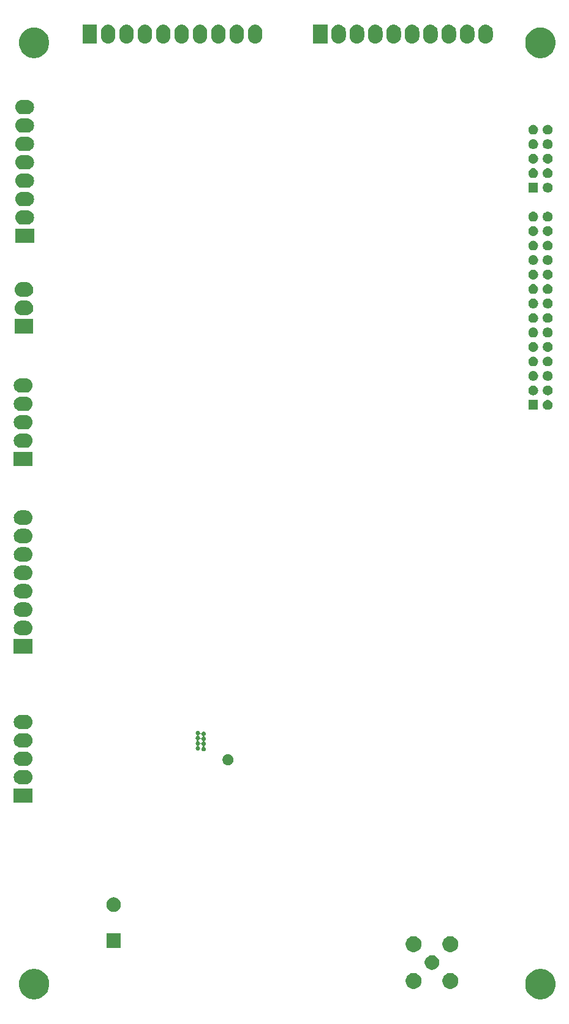
<source format=gbr>
%TF.GenerationSoftware,KiCad,Pcbnew,(5.1.0)-1*%
%TF.CreationDate,2019-03-20T15:23:46+01:00*%
%TF.ProjectId,AcroBoard_Station_GPRS_V04R04_XTAL,4163726f-426f-4617-9264-5f5374617469,rev?*%
%TF.SameCoordinates,Original*%
%TF.FileFunction,Soldermask,Bot*%
%TF.FilePolarity,Negative*%
%FSLAX46Y46*%
G04 Gerber Fmt 4.6, Leading zero omitted, Abs format (unit mm)*
G04 Created by KiCad (PCBNEW (5.1.0)-1) date 2019-03-20 15:23:46*
%MOMM*%
%LPD*%
G04 APERTURE LIST*
%ADD10C,0.050000*%
G04 APERTURE END LIST*
D10*
G36*
X125409729Y-152940155D02*
G01*
X125612606Y-152980509D01*
X125994818Y-153138827D01*
X126338799Y-153368668D01*
X126631332Y-153661201D01*
X126861173Y-154005182D01*
X127019491Y-154387394D01*
X127028296Y-154431659D01*
X127071397Y-154648342D01*
X127100200Y-154793148D01*
X127100200Y-155206852D01*
X127019491Y-155612606D01*
X126861173Y-155994818D01*
X126631332Y-156338799D01*
X126338799Y-156631332D01*
X125994818Y-156861173D01*
X125612606Y-157019491D01*
X125409729Y-157059845D01*
X125206853Y-157100200D01*
X124793147Y-157100200D01*
X124590271Y-157059845D01*
X124387394Y-157019491D01*
X124005182Y-156861173D01*
X123661201Y-156631332D01*
X123368668Y-156338799D01*
X123138827Y-155994818D01*
X122980509Y-155612606D01*
X122899800Y-155206852D01*
X122899800Y-154793148D01*
X122928604Y-154648342D01*
X122971704Y-154431659D01*
X122980509Y-154387394D01*
X123138827Y-154005182D01*
X123368668Y-153661201D01*
X123661201Y-153368668D01*
X124005182Y-153138827D01*
X124387394Y-152980509D01*
X124590271Y-152940155D01*
X124793147Y-152899800D01*
X125206853Y-152899800D01*
X125409729Y-152940155D01*
X125409729Y-152940155D01*
G37*
G36*
X55409729Y-152940155D02*
G01*
X55612606Y-152980509D01*
X55994818Y-153138827D01*
X56338799Y-153368668D01*
X56631332Y-153661201D01*
X56861173Y-154005182D01*
X57019491Y-154387394D01*
X57028296Y-154431659D01*
X57071397Y-154648342D01*
X57100200Y-154793148D01*
X57100200Y-155206852D01*
X57019491Y-155612606D01*
X56861173Y-155994818D01*
X56631332Y-156338799D01*
X56338799Y-156631332D01*
X55994818Y-156861173D01*
X55612606Y-157019491D01*
X55409729Y-157059845D01*
X55206853Y-157100200D01*
X54793147Y-157100200D01*
X54590271Y-157059845D01*
X54387394Y-157019491D01*
X54005182Y-156861173D01*
X53661201Y-156631332D01*
X53368668Y-156338799D01*
X53138827Y-155994818D01*
X52980509Y-155612606D01*
X52899800Y-155206852D01*
X52899800Y-154793148D01*
X52928604Y-154648342D01*
X52971704Y-154431659D01*
X52980509Y-154387394D01*
X53138827Y-154005182D01*
X53368668Y-153661201D01*
X53661201Y-153368668D01*
X54005182Y-153138827D01*
X54387394Y-152980509D01*
X54590271Y-152940155D01*
X54793147Y-152899800D01*
X55206853Y-152899800D01*
X55409729Y-152940155D01*
X55409729Y-152940155D01*
G37*
G36*
X112860857Y-153482272D02*
G01*
X113061043Y-153565192D01*
X113061045Y-153565193D01*
X113151738Y-153625792D01*
X113241208Y-153685574D01*
X113394426Y-153838792D01*
X113514808Y-154018957D01*
X113597728Y-154219143D01*
X113640000Y-154431658D01*
X113640000Y-154648342D01*
X113597728Y-154860857D01*
X113514808Y-155061043D01*
X113514807Y-155061045D01*
X113394425Y-155241209D01*
X113241209Y-155394425D01*
X113061045Y-155514807D01*
X113061044Y-155514808D01*
X113061043Y-155514808D01*
X112860857Y-155597728D01*
X112648342Y-155640000D01*
X112431658Y-155640000D01*
X112219143Y-155597728D01*
X112018957Y-155514808D01*
X112018956Y-155514808D01*
X112018955Y-155514807D01*
X111838791Y-155394425D01*
X111685575Y-155241209D01*
X111565193Y-155061045D01*
X111565192Y-155061043D01*
X111482272Y-154860857D01*
X111440000Y-154648342D01*
X111440000Y-154431658D01*
X111482272Y-154219143D01*
X111565192Y-154018957D01*
X111685574Y-153838792D01*
X111838792Y-153685574D01*
X111928262Y-153625792D01*
X112018955Y-153565193D01*
X112018957Y-153565192D01*
X112219143Y-153482272D01*
X112431658Y-153440000D01*
X112648342Y-153440000D01*
X112860857Y-153482272D01*
X112860857Y-153482272D01*
G37*
G36*
X107780857Y-153482272D02*
G01*
X107981043Y-153565192D01*
X107981045Y-153565193D01*
X108071738Y-153625792D01*
X108161208Y-153685574D01*
X108314426Y-153838792D01*
X108434808Y-154018957D01*
X108517728Y-154219143D01*
X108560000Y-154431658D01*
X108560000Y-154648342D01*
X108517728Y-154860857D01*
X108434808Y-155061043D01*
X108434807Y-155061045D01*
X108314425Y-155241209D01*
X108161209Y-155394425D01*
X107981045Y-155514807D01*
X107981044Y-155514808D01*
X107981043Y-155514808D01*
X107780857Y-155597728D01*
X107568342Y-155640000D01*
X107351658Y-155640000D01*
X107139143Y-155597728D01*
X106938957Y-155514808D01*
X106938956Y-155514808D01*
X106938955Y-155514807D01*
X106758791Y-155394425D01*
X106605575Y-155241209D01*
X106485193Y-155061045D01*
X106485192Y-155061043D01*
X106402272Y-154860857D01*
X106360000Y-154648342D01*
X106360000Y-154431658D01*
X106402272Y-154219143D01*
X106485192Y-154018957D01*
X106605574Y-153838792D01*
X106758792Y-153685574D01*
X106848262Y-153625792D01*
X106938955Y-153565193D01*
X106938957Y-153565192D01*
X107139143Y-153482272D01*
X107351658Y-153440000D01*
X107568342Y-153440000D01*
X107780857Y-153482272D01*
X107780857Y-153482272D01*
G37*
G36*
X110227290Y-151025619D02*
G01*
X110291689Y-151038429D01*
X110473678Y-151113811D01*
X110637463Y-151223249D01*
X110776751Y-151362537D01*
X110886189Y-151526322D01*
X110961571Y-151708311D01*
X111000000Y-151901509D01*
X111000000Y-152098491D01*
X110961571Y-152291689D01*
X110886189Y-152473678D01*
X110776751Y-152637463D01*
X110637463Y-152776751D01*
X110473678Y-152886189D01*
X110291689Y-152961571D01*
X110227290Y-152974381D01*
X110098493Y-153000000D01*
X109901507Y-153000000D01*
X109772710Y-152974381D01*
X109708311Y-152961571D01*
X109526322Y-152886189D01*
X109362537Y-152776751D01*
X109223249Y-152637463D01*
X109113811Y-152473678D01*
X109038429Y-152291689D01*
X109000000Y-152098491D01*
X109000000Y-151901509D01*
X109038429Y-151708311D01*
X109113811Y-151526322D01*
X109223249Y-151362537D01*
X109362537Y-151223249D01*
X109526322Y-151113811D01*
X109708311Y-151038429D01*
X109772710Y-151025619D01*
X109901507Y-151000000D01*
X110098493Y-151000000D01*
X110227290Y-151025619D01*
X110227290Y-151025619D01*
G37*
G36*
X112860857Y-148402272D02*
G01*
X113061043Y-148485192D01*
X113061045Y-148485193D01*
X113151738Y-148545792D01*
X113241208Y-148605574D01*
X113394426Y-148758792D01*
X113514808Y-148938957D01*
X113597728Y-149139143D01*
X113640000Y-149351658D01*
X113640000Y-149568342D01*
X113597728Y-149780857D01*
X113514808Y-149981043D01*
X113514807Y-149981045D01*
X113394425Y-150161209D01*
X113241209Y-150314425D01*
X113061045Y-150434807D01*
X113061044Y-150434808D01*
X113061043Y-150434808D01*
X112860857Y-150517728D01*
X112648342Y-150560000D01*
X112431658Y-150560000D01*
X112219143Y-150517728D01*
X112018957Y-150434808D01*
X112018956Y-150434808D01*
X112018955Y-150434807D01*
X111838791Y-150314425D01*
X111685575Y-150161209D01*
X111565193Y-149981045D01*
X111565192Y-149981043D01*
X111482272Y-149780857D01*
X111440000Y-149568342D01*
X111440000Y-149351658D01*
X111482272Y-149139143D01*
X111565192Y-148938957D01*
X111685574Y-148758792D01*
X111838792Y-148605574D01*
X111928262Y-148545792D01*
X112018955Y-148485193D01*
X112018957Y-148485192D01*
X112219143Y-148402272D01*
X112431658Y-148360000D01*
X112648342Y-148360000D01*
X112860857Y-148402272D01*
X112860857Y-148402272D01*
G37*
G36*
X107780857Y-148402272D02*
G01*
X107981043Y-148485192D01*
X107981045Y-148485193D01*
X108071738Y-148545792D01*
X108161208Y-148605574D01*
X108314426Y-148758792D01*
X108434808Y-148938957D01*
X108517728Y-149139143D01*
X108560000Y-149351658D01*
X108560000Y-149568342D01*
X108517728Y-149780857D01*
X108434808Y-149981043D01*
X108434807Y-149981045D01*
X108314425Y-150161209D01*
X108161209Y-150314425D01*
X107981045Y-150434807D01*
X107981044Y-150434808D01*
X107981043Y-150434808D01*
X107780857Y-150517728D01*
X107568342Y-150560000D01*
X107351658Y-150560000D01*
X107139143Y-150517728D01*
X106938957Y-150434808D01*
X106938956Y-150434808D01*
X106938955Y-150434807D01*
X106758791Y-150314425D01*
X106605575Y-150161209D01*
X106485193Y-149981045D01*
X106485192Y-149981043D01*
X106402272Y-149780857D01*
X106360000Y-149568342D01*
X106360000Y-149351658D01*
X106402272Y-149139143D01*
X106485192Y-148938957D01*
X106605574Y-148758792D01*
X106758792Y-148605574D01*
X106848262Y-148545792D01*
X106938955Y-148485193D01*
X106938957Y-148485192D01*
X107139143Y-148402272D01*
X107351658Y-148360000D01*
X107568342Y-148360000D01*
X107780857Y-148402272D01*
X107780857Y-148402272D01*
G37*
G36*
X67000000Y-150000000D02*
G01*
X65000000Y-150000000D01*
X65000000Y-148000000D01*
X67000000Y-148000000D01*
X67000000Y-150000000D01*
X67000000Y-150000000D01*
G37*
G36*
X66227290Y-143025619D02*
G01*
X66291689Y-143038429D01*
X66473678Y-143113811D01*
X66637463Y-143223249D01*
X66776751Y-143362537D01*
X66886189Y-143526322D01*
X66961571Y-143708311D01*
X67000000Y-143901509D01*
X67000000Y-144098491D01*
X66961571Y-144291689D01*
X66886189Y-144473678D01*
X66776751Y-144637463D01*
X66637463Y-144776751D01*
X66473678Y-144886189D01*
X66291689Y-144961571D01*
X66227290Y-144974381D01*
X66098493Y-145000000D01*
X65901507Y-145000000D01*
X65772710Y-144974381D01*
X65708311Y-144961571D01*
X65526322Y-144886189D01*
X65362537Y-144776751D01*
X65223249Y-144637463D01*
X65113811Y-144473678D01*
X65038429Y-144291689D01*
X65000000Y-144098491D01*
X65000000Y-143901509D01*
X65038429Y-143708311D01*
X65113811Y-143526322D01*
X65223249Y-143362537D01*
X65362537Y-143223249D01*
X65526322Y-143113811D01*
X65708311Y-143038429D01*
X65772710Y-143025619D01*
X65901507Y-143000000D01*
X66098493Y-143000000D01*
X66227290Y-143025619D01*
X66227290Y-143025619D01*
G37*
G36*
X54800000Y-129950000D02*
G01*
X52200000Y-129950000D01*
X52200000Y-127950000D01*
X54800000Y-127950000D01*
X54800000Y-129950000D01*
X54800000Y-129950000D01*
G37*
G36*
X53996032Y-125424469D02*
G01*
X54090284Y-125453060D01*
X54184535Y-125481651D01*
X54184537Y-125481652D01*
X54358258Y-125574507D01*
X54510528Y-125699472D01*
X54635493Y-125851742D01*
X54728348Y-126025463D01*
X54785531Y-126213968D01*
X54804838Y-126410000D01*
X54785531Y-126606032D01*
X54728348Y-126794537D01*
X54635493Y-126968258D01*
X54510528Y-127120528D01*
X54358258Y-127245493D01*
X54184537Y-127338348D01*
X54184535Y-127338349D01*
X54090285Y-127366939D01*
X53996032Y-127395531D01*
X53849124Y-127410000D01*
X53150876Y-127410000D01*
X53003968Y-127395531D01*
X52909715Y-127366939D01*
X52815465Y-127338349D01*
X52815463Y-127338348D01*
X52641742Y-127245493D01*
X52489472Y-127120528D01*
X52364507Y-126968258D01*
X52271652Y-126794537D01*
X52214469Y-126606032D01*
X52195162Y-126410000D01*
X52214469Y-126213968D01*
X52271652Y-126025463D01*
X52364507Y-125851742D01*
X52489472Y-125699472D01*
X52641742Y-125574507D01*
X52815463Y-125481652D01*
X52815465Y-125481651D01*
X52909716Y-125453060D01*
X53003968Y-125424469D01*
X53150876Y-125410000D01*
X53849124Y-125410000D01*
X53996032Y-125424469D01*
X53996032Y-125424469D01*
G37*
G36*
X53996032Y-122884469D02*
G01*
X54090284Y-122913060D01*
X54184535Y-122941651D01*
X54184537Y-122941652D01*
X54358258Y-123034507D01*
X54510528Y-123159472D01*
X54635493Y-123311742D01*
X54728348Y-123485463D01*
X54785531Y-123673968D01*
X54804838Y-123870000D01*
X54785531Y-124066032D01*
X54728348Y-124254537D01*
X54635493Y-124428258D01*
X54510528Y-124580528D01*
X54358258Y-124705493D01*
X54184537Y-124798348D01*
X54184535Y-124798349D01*
X54090285Y-124826939D01*
X53996032Y-124855531D01*
X53849124Y-124870000D01*
X53150876Y-124870000D01*
X53003968Y-124855531D01*
X52909715Y-124826939D01*
X52815465Y-124798349D01*
X52815463Y-124798348D01*
X52641742Y-124705493D01*
X52489472Y-124580528D01*
X52364507Y-124428258D01*
X52271652Y-124254537D01*
X52214469Y-124066032D01*
X52195162Y-123870000D01*
X52214469Y-123673968D01*
X52271652Y-123485463D01*
X52364507Y-123311742D01*
X52489472Y-123159472D01*
X52641742Y-123034507D01*
X52815463Y-122941652D01*
X52815465Y-122941651D01*
X52909716Y-122913060D01*
X53003968Y-122884469D01*
X53150876Y-122870000D01*
X53849124Y-122870000D01*
X53996032Y-122884469D01*
X53996032Y-122884469D01*
G37*
G36*
X82018766Y-123278821D02*
G01*
X82155257Y-123335358D01*
X82278097Y-123417437D01*
X82382563Y-123521903D01*
X82464642Y-123644743D01*
X82521179Y-123781234D01*
X82550000Y-123926130D01*
X82550000Y-124073870D01*
X82521179Y-124218766D01*
X82464642Y-124355257D01*
X82382563Y-124478097D01*
X82278097Y-124582563D01*
X82155257Y-124664642D01*
X82018766Y-124721179D01*
X81873870Y-124750000D01*
X81726130Y-124750000D01*
X81581234Y-124721179D01*
X81444743Y-124664642D01*
X81321903Y-124582563D01*
X81217437Y-124478097D01*
X81135358Y-124355257D01*
X81078821Y-124218766D01*
X81050000Y-124073870D01*
X81050000Y-123926130D01*
X81078821Y-123781234D01*
X81135358Y-123644743D01*
X81217437Y-123521903D01*
X81321903Y-123417437D01*
X81444743Y-123335358D01*
X81581234Y-123278821D01*
X81726130Y-123250000D01*
X81873870Y-123250000D01*
X82018766Y-123278821D01*
X82018766Y-123278821D01*
G37*
G36*
X77728146Y-120021741D02*
G01*
X77782742Y-120044356D01*
X77831878Y-120077187D01*
X77873665Y-120118974D01*
X77906496Y-120168110D01*
X77929111Y-120222706D01*
X77934525Y-120249927D01*
X77941636Y-120273369D01*
X77953187Y-120294980D01*
X77968732Y-120313921D01*
X77987674Y-120329467D01*
X78009285Y-120341018D01*
X78032734Y-120348131D01*
X78057120Y-120350533D01*
X78081506Y-120348131D01*
X78104955Y-120341018D01*
X78126566Y-120329467D01*
X78145507Y-120313922D01*
X78161053Y-120294980D01*
X78172603Y-120273371D01*
X78174782Y-120268111D01*
X78174782Y-120268110D01*
X78207613Y-120218974D01*
X78249400Y-120177187D01*
X78298536Y-120144356D01*
X78353132Y-120121741D01*
X78411092Y-120110213D01*
X78470186Y-120110213D01*
X78528146Y-120121741D01*
X78582742Y-120144356D01*
X78631878Y-120177187D01*
X78673665Y-120218974D01*
X78706496Y-120268110D01*
X78729111Y-120322706D01*
X78740639Y-120380666D01*
X78740639Y-120439760D01*
X78729111Y-120497720D01*
X78706496Y-120552316D01*
X78673665Y-120601452D01*
X78631878Y-120643239D01*
X78612353Y-120656285D01*
X78593417Y-120671825D01*
X78577872Y-120690766D01*
X78566320Y-120712377D01*
X78559207Y-120735826D01*
X78556805Y-120760212D01*
X78559207Y-120784598D01*
X78566320Y-120808047D01*
X78577871Y-120829658D01*
X78593416Y-120848600D01*
X78612353Y-120864141D01*
X78631878Y-120877187D01*
X78673665Y-120918974D01*
X78706496Y-120968110D01*
X78729111Y-121022706D01*
X78740639Y-121080666D01*
X78740639Y-121139760D01*
X78729111Y-121197720D01*
X78706496Y-121252316D01*
X78673665Y-121301452D01*
X78631878Y-121343239D01*
X78612353Y-121356285D01*
X78593417Y-121371825D01*
X78577872Y-121390766D01*
X78566320Y-121412377D01*
X78559207Y-121435826D01*
X78556805Y-121460212D01*
X78559207Y-121484598D01*
X78566320Y-121508047D01*
X78577871Y-121529658D01*
X78593416Y-121548600D01*
X78612353Y-121564141D01*
X78631878Y-121577187D01*
X78673665Y-121618974D01*
X78706496Y-121668110D01*
X78729111Y-121722706D01*
X78740639Y-121780666D01*
X78740639Y-121839760D01*
X78729111Y-121897720D01*
X78706496Y-121952316D01*
X78673665Y-122001452D01*
X78631878Y-122043239D01*
X78612353Y-122056285D01*
X78593417Y-122071825D01*
X78577872Y-122090766D01*
X78566320Y-122112377D01*
X78559207Y-122135826D01*
X78556805Y-122160212D01*
X78559207Y-122184598D01*
X78566320Y-122208047D01*
X78577871Y-122229658D01*
X78593416Y-122248600D01*
X78612353Y-122264141D01*
X78631878Y-122277187D01*
X78673665Y-122318974D01*
X78706496Y-122368110D01*
X78729111Y-122422706D01*
X78740639Y-122480666D01*
X78740639Y-122539760D01*
X78729111Y-122597720D01*
X78706496Y-122652316D01*
X78673665Y-122701452D01*
X78631878Y-122743239D01*
X78582742Y-122776070D01*
X78528146Y-122798685D01*
X78470186Y-122810213D01*
X78411092Y-122810213D01*
X78353132Y-122798685D01*
X78298536Y-122776070D01*
X78249400Y-122743239D01*
X78207613Y-122701452D01*
X78174782Y-122652316D01*
X78152167Y-122597720D01*
X78146753Y-122570499D01*
X78139642Y-122547057D01*
X78128091Y-122525446D01*
X78112546Y-122506505D01*
X78093604Y-122490959D01*
X78071993Y-122479408D01*
X78048544Y-122472295D01*
X78024158Y-122469893D01*
X77999772Y-122472295D01*
X77976323Y-122479408D01*
X77954712Y-122490959D01*
X77935771Y-122506504D01*
X77920225Y-122525446D01*
X77908676Y-122547053D01*
X77906496Y-122552316D01*
X77873665Y-122601452D01*
X77831878Y-122643239D01*
X77782742Y-122676070D01*
X77728146Y-122698685D01*
X77670186Y-122710213D01*
X77611092Y-122710213D01*
X77553132Y-122698685D01*
X77498536Y-122676070D01*
X77449400Y-122643239D01*
X77407613Y-122601452D01*
X77374782Y-122552316D01*
X77352167Y-122497720D01*
X77340639Y-122439760D01*
X77340639Y-122380666D01*
X77352167Y-122322706D01*
X77374782Y-122268110D01*
X77407613Y-122218974D01*
X77449400Y-122177187D01*
X77468925Y-122164141D01*
X77487861Y-122148601D01*
X77503406Y-122129660D01*
X77514958Y-122108049D01*
X77522071Y-122084600D01*
X77524473Y-122060214D01*
X77524473Y-122060212D01*
X77756805Y-122060212D01*
X77759207Y-122084598D01*
X77766320Y-122108047D01*
X77777871Y-122129658D01*
X77793416Y-122148600D01*
X77812353Y-122164141D01*
X77831878Y-122177187D01*
X77873665Y-122218974D01*
X77906496Y-122268110D01*
X77929111Y-122322706D01*
X77934525Y-122349927D01*
X77941636Y-122373369D01*
X77953187Y-122394980D01*
X77968732Y-122413921D01*
X77987674Y-122429467D01*
X78009285Y-122441018D01*
X78032734Y-122448131D01*
X78057120Y-122450533D01*
X78081506Y-122448131D01*
X78104955Y-122441018D01*
X78126566Y-122429467D01*
X78145507Y-122413922D01*
X78161053Y-122394980D01*
X78172603Y-122373371D01*
X78174782Y-122368111D01*
X78174782Y-122368110D01*
X78207613Y-122318974D01*
X78249400Y-122277187D01*
X78268925Y-122264141D01*
X78287861Y-122248601D01*
X78303406Y-122229660D01*
X78314958Y-122208049D01*
X78322071Y-122184600D01*
X78324473Y-122160214D01*
X78322071Y-122135828D01*
X78314958Y-122112379D01*
X78303407Y-122090768D01*
X78287862Y-122071826D01*
X78268925Y-122056285D01*
X78249400Y-122043239D01*
X78207613Y-122001452D01*
X78174782Y-121952316D01*
X78152167Y-121897720D01*
X78146753Y-121870499D01*
X78139642Y-121847057D01*
X78128091Y-121825446D01*
X78112546Y-121806505D01*
X78093604Y-121790959D01*
X78071993Y-121779408D01*
X78048544Y-121772295D01*
X78024158Y-121769893D01*
X77999772Y-121772295D01*
X77976323Y-121779408D01*
X77954712Y-121790959D01*
X77935771Y-121806504D01*
X77920225Y-121825446D01*
X77908676Y-121847053D01*
X77906496Y-121852316D01*
X77873665Y-121901452D01*
X77831878Y-121943239D01*
X77812353Y-121956285D01*
X77793417Y-121971825D01*
X77777872Y-121990766D01*
X77766320Y-122012377D01*
X77759207Y-122035826D01*
X77756805Y-122060212D01*
X77524473Y-122060212D01*
X77522071Y-122035828D01*
X77514958Y-122012379D01*
X77503407Y-121990768D01*
X77487862Y-121971826D01*
X77468925Y-121956285D01*
X77449400Y-121943239D01*
X77407613Y-121901452D01*
X77374782Y-121852316D01*
X77352167Y-121797720D01*
X77340639Y-121739760D01*
X77340639Y-121680666D01*
X77352167Y-121622706D01*
X77374782Y-121568110D01*
X77407613Y-121518974D01*
X77449400Y-121477187D01*
X77468925Y-121464141D01*
X77487861Y-121448601D01*
X77503406Y-121429660D01*
X77514958Y-121408049D01*
X77522071Y-121384600D01*
X77524473Y-121360214D01*
X77524473Y-121360212D01*
X77756805Y-121360212D01*
X77759207Y-121384598D01*
X77766320Y-121408047D01*
X77777871Y-121429658D01*
X77793416Y-121448600D01*
X77812353Y-121464141D01*
X77831878Y-121477187D01*
X77873665Y-121518974D01*
X77906496Y-121568110D01*
X77929111Y-121622706D01*
X77934525Y-121649927D01*
X77941636Y-121673369D01*
X77953187Y-121694980D01*
X77968732Y-121713921D01*
X77987674Y-121729467D01*
X78009285Y-121741018D01*
X78032734Y-121748131D01*
X78057120Y-121750533D01*
X78081506Y-121748131D01*
X78104955Y-121741018D01*
X78126566Y-121729467D01*
X78145507Y-121713922D01*
X78161053Y-121694980D01*
X78172603Y-121673371D01*
X78174782Y-121668111D01*
X78174782Y-121668110D01*
X78207613Y-121618974D01*
X78249400Y-121577187D01*
X78268925Y-121564141D01*
X78287861Y-121548601D01*
X78303406Y-121529660D01*
X78314958Y-121508049D01*
X78322071Y-121484600D01*
X78324473Y-121460214D01*
X78322071Y-121435828D01*
X78314958Y-121412379D01*
X78303407Y-121390768D01*
X78287862Y-121371826D01*
X78268925Y-121356285D01*
X78249400Y-121343239D01*
X78207613Y-121301452D01*
X78174782Y-121252316D01*
X78152167Y-121197720D01*
X78146753Y-121170499D01*
X78139642Y-121147057D01*
X78128091Y-121125446D01*
X78112546Y-121106505D01*
X78093604Y-121090959D01*
X78071993Y-121079408D01*
X78048544Y-121072295D01*
X78024158Y-121069893D01*
X77999772Y-121072295D01*
X77976323Y-121079408D01*
X77954712Y-121090959D01*
X77935771Y-121106504D01*
X77920225Y-121125446D01*
X77908676Y-121147053D01*
X77906496Y-121152316D01*
X77873665Y-121201452D01*
X77831878Y-121243239D01*
X77812353Y-121256285D01*
X77793417Y-121271825D01*
X77777872Y-121290766D01*
X77766320Y-121312377D01*
X77759207Y-121335826D01*
X77756805Y-121360212D01*
X77524473Y-121360212D01*
X77522071Y-121335828D01*
X77514958Y-121312379D01*
X77503407Y-121290768D01*
X77487862Y-121271826D01*
X77468925Y-121256285D01*
X77449400Y-121243239D01*
X77407613Y-121201452D01*
X77374782Y-121152316D01*
X77352167Y-121097720D01*
X77340639Y-121039760D01*
X77340639Y-120980666D01*
X77352167Y-120922706D01*
X77374782Y-120868110D01*
X77407613Y-120818974D01*
X77449400Y-120777187D01*
X77468925Y-120764141D01*
X77487861Y-120748601D01*
X77503406Y-120729660D01*
X77514958Y-120708049D01*
X77522071Y-120684600D01*
X77524473Y-120660214D01*
X77524473Y-120660212D01*
X77756805Y-120660212D01*
X77759207Y-120684598D01*
X77766320Y-120708047D01*
X77777871Y-120729658D01*
X77793416Y-120748600D01*
X77812353Y-120764141D01*
X77831878Y-120777187D01*
X77873665Y-120818974D01*
X77906496Y-120868110D01*
X77929111Y-120922706D01*
X77934525Y-120949927D01*
X77941636Y-120973369D01*
X77953187Y-120994980D01*
X77968732Y-121013921D01*
X77987674Y-121029467D01*
X78009285Y-121041018D01*
X78032734Y-121048131D01*
X78057120Y-121050533D01*
X78081506Y-121048131D01*
X78104955Y-121041018D01*
X78126566Y-121029467D01*
X78145507Y-121013922D01*
X78161053Y-120994980D01*
X78172603Y-120973371D01*
X78174782Y-120968111D01*
X78174782Y-120968110D01*
X78207613Y-120918974D01*
X78249400Y-120877187D01*
X78268925Y-120864141D01*
X78287861Y-120848601D01*
X78303406Y-120829660D01*
X78314958Y-120808049D01*
X78322071Y-120784600D01*
X78324473Y-120760214D01*
X78322071Y-120735828D01*
X78314958Y-120712379D01*
X78303407Y-120690768D01*
X78287862Y-120671826D01*
X78268925Y-120656285D01*
X78249400Y-120643239D01*
X78207613Y-120601452D01*
X78174782Y-120552316D01*
X78152167Y-120497720D01*
X78146753Y-120470499D01*
X78139642Y-120447057D01*
X78128091Y-120425446D01*
X78112546Y-120406505D01*
X78093604Y-120390959D01*
X78071993Y-120379408D01*
X78048544Y-120372295D01*
X78024158Y-120369893D01*
X77999772Y-120372295D01*
X77976323Y-120379408D01*
X77954712Y-120390959D01*
X77935771Y-120406504D01*
X77920225Y-120425446D01*
X77908676Y-120447053D01*
X77906496Y-120452316D01*
X77873665Y-120501452D01*
X77831878Y-120543239D01*
X77812353Y-120556285D01*
X77793417Y-120571825D01*
X77777872Y-120590766D01*
X77766320Y-120612377D01*
X77759207Y-120635826D01*
X77756805Y-120660212D01*
X77524473Y-120660212D01*
X77522071Y-120635828D01*
X77514958Y-120612379D01*
X77503407Y-120590768D01*
X77487862Y-120571826D01*
X77468925Y-120556285D01*
X77449400Y-120543239D01*
X77407613Y-120501452D01*
X77374782Y-120452316D01*
X77352167Y-120397720D01*
X77340639Y-120339760D01*
X77340639Y-120280666D01*
X77352167Y-120222706D01*
X77374782Y-120168110D01*
X77407613Y-120118974D01*
X77449400Y-120077187D01*
X77498536Y-120044356D01*
X77553132Y-120021741D01*
X77611092Y-120010213D01*
X77670186Y-120010213D01*
X77728146Y-120021741D01*
X77728146Y-120021741D01*
G37*
G36*
X53996032Y-120344469D02*
G01*
X54079843Y-120369893D01*
X54184535Y-120401651D01*
X54184537Y-120401652D01*
X54358258Y-120494507D01*
X54510528Y-120619472D01*
X54635493Y-120771742D01*
X54691854Y-120877187D01*
X54728349Y-120945465D01*
X54736814Y-120973371D01*
X54785531Y-121133968D01*
X54804838Y-121330000D01*
X54785531Y-121526032D01*
X54770013Y-121577186D01*
X54740837Y-121673369D01*
X54728348Y-121714537D01*
X54635493Y-121888258D01*
X54510528Y-122040528D01*
X54358258Y-122165493D01*
X54184537Y-122258348D01*
X54184535Y-122258349D01*
X54122434Y-122277187D01*
X53996032Y-122315531D01*
X53849124Y-122330000D01*
X53150876Y-122330000D01*
X53003968Y-122315531D01*
X52877566Y-122277187D01*
X52815465Y-122258349D01*
X52815463Y-122258348D01*
X52641742Y-122165493D01*
X52489472Y-122040528D01*
X52364507Y-121888258D01*
X52271652Y-121714537D01*
X52259164Y-121673369D01*
X52229987Y-121577186D01*
X52214469Y-121526032D01*
X52195162Y-121330000D01*
X52214469Y-121133968D01*
X52263186Y-120973371D01*
X52271651Y-120945465D01*
X52308146Y-120877187D01*
X52364507Y-120771742D01*
X52489472Y-120619472D01*
X52641742Y-120494507D01*
X52815463Y-120401652D01*
X52815465Y-120401651D01*
X52920157Y-120369893D01*
X53003968Y-120344469D01*
X53150876Y-120330000D01*
X53849124Y-120330000D01*
X53996032Y-120344469D01*
X53996032Y-120344469D01*
G37*
G36*
X53996032Y-117804469D02*
G01*
X54090284Y-117833060D01*
X54184535Y-117861651D01*
X54184537Y-117861652D01*
X54358258Y-117954507D01*
X54510528Y-118079472D01*
X54635493Y-118231742D01*
X54728348Y-118405463D01*
X54785531Y-118593968D01*
X54804838Y-118790000D01*
X54785531Y-118986032D01*
X54728348Y-119174537D01*
X54635493Y-119348258D01*
X54510528Y-119500528D01*
X54358258Y-119625493D01*
X54184537Y-119718348D01*
X54184535Y-119718349D01*
X54090285Y-119746939D01*
X53996032Y-119775531D01*
X53849124Y-119790000D01*
X53150876Y-119790000D01*
X53003968Y-119775531D01*
X52909715Y-119746939D01*
X52815465Y-119718349D01*
X52815463Y-119718348D01*
X52641742Y-119625493D01*
X52489472Y-119500528D01*
X52364507Y-119348258D01*
X52271652Y-119174537D01*
X52214469Y-118986032D01*
X52195162Y-118790000D01*
X52214469Y-118593968D01*
X52271652Y-118405463D01*
X52364507Y-118231742D01*
X52489472Y-118079472D01*
X52641742Y-117954507D01*
X52815463Y-117861652D01*
X52815465Y-117861651D01*
X52909716Y-117833060D01*
X53003968Y-117804469D01*
X53150876Y-117790000D01*
X53849124Y-117790000D01*
X53996032Y-117804469D01*
X53996032Y-117804469D01*
G37*
G36*
X54800000Y-109350000D02*
G01*
X52200000Y-109350000D01*
X52200000Y-107350000D01*
X54800000Y-107350000D01*
X54800000Y-109350000D01*
X54800000Y-109350000D01*
G37*
G36*
X53996032Y-104824469D02*
G01*
X54090284Y-104853060D01*
X54184535Y-104881651D01*
X54184537Y-104881652D01*
X54358258Y-104974507D01*
X54510528Y-105099472D01*
X54635493Y-105251742D01*
X54728348Y-105425463D01*
X54785531Y-105613968D01*
X54804838Y-105810000D01*
X54785531Y-106006032D01*
X54728348Y-106194537D01*
X54635493Y-106368258D01*
X54510528Y-106520528D01*
X54358258Y-106645493D01*
X54184537Y-106738348D01*
X54184535Y-106738349D01*
X54090285Y-106766939D01*
X53996032Y-106795531D01*
X53849124Y-106810000D01*
X53150876Y-106810000D01*
X53003968Y-106795531D01*
X52909715Y-106766939D01*
X52815465Y-106738349D01*
X52815463Y-106738348D01*
X52641742Y-106645493D01*
X52489472Y-106520528D01*
X52364507Y-106368258D01*
X52271652Y-106194537D01*
X52214469Y-106006032D01*
X52195162Y-105810000D01*
X52214469Y-105613968D01*
X52271652Y-105425463D01*
X52364507Y-105251742D01*
X52489472Y-105099472D01*
X52641742Y-104974507D01*
X52815463Y-104881652D01*
X52815465Y-104881651D01*
X52909716Y-104853060D01*
X53003968Y-104824469D01*
X53150876Y-104810000D01*
X53849124Y-104810000D01*
X53996032Y-104824469D01*
X53996032Y-104824469D01*
G37*
G36*
X53996032Y-102284469D02*
G01*
X54090284Y-102313060D01*
X54184535Y-102341651D01*
X54184537Y-102341652D01*
X54358258Y-102434507D01*
X54510528Y-102559472D01*
X54635493Y-102711742D01*
X54728348Y-102885463D01*
X54785531Y-103073968D01*
X54804838Y-103270000D01*
X54785531Y-103466032D01*
X54728348Y-103654537D01*
X54635493Y-103828258D01*
X54510528Y-103980528D01*
X54358258Y-104105493D01*
X54184537Y-104198348D01*
X54184535Y-104198349D01*
X54090285Y-104226939D01*
X53996032Y-104255531D01*
X53849124Y-104270000D01*
X53150876Y-104270000D01*
X53003968Y-104255531D01*
X52909715Y-104226939D01*
X52815465Y-104198349D01*
X52815463Y-104198348D01*
X52641742Y-104105493D01*
X52489472Y-103980528D01*
X52364507Y-103828258D01*
X52271652Y-103654537D01*
X52214469Y-103466032D01*
X52195162Y-103270000D01*
X52214469Y-103073968D01*
X52271652Y-102885463D01*
X52364507Y-102711742D01*
X52489472Y-102559472D01*
X52641742Y-102434507D01*
X52815463Y-102341652D01*
X52815465Y-102341651D01*
X52909716Y-102313060D01*
X53003968Y-102284469D01*
X53150876Y-102270000D01*
X53849124Y-102270000D01*
X53996032Y-102284469D01*
X53996032Y-102284469D01*
G37*
G36*
X53996032Y-99744469D02*
G01*
X54090284Y-99773060D01*
X54184535Y-99801651D01*
X54184537Y-99801652D01*
X54358258Y-99894507D01*
X54510528Y-100019472D01*
X54635493Y-100171742D01*
X54728348Y-100345463D01*
X54785531Y-100533968D01*
X54804838Y-100730000D01*
X54785531Y-100926032D01*
X54728348Y-101114537D01*
X54635493Y-101288258D01*
X54510528Y-101440528D01*
X54358258Y-101565493D01*
X54184537Y-101658348D01*
X54184535Y-101658349D01*
X54090285Y-101686939D01*
X53996032Y-101715531D01*
X53849124Y-101730000D01*
X53150876Y-101730000D01*
X53003968Y-101715531D01*
X52909715Y-101686939D01*
X52815465Y-101658349D01*
X52815463Y-101658348D01*
X52641742Y-101565493D01*
X52489472Y-101440528D01*
X52364507Y-101288258D01*
X52271652Y-101114537D01*
X52214469Y-100926032D01*
X52195162Y-100730000D01*
X52214469Y-100533968D01*
X52271652Y-100345463D01*
X52364507Y-100171742D01*
X52489472Y-100019472D01*
X52641742Y-99894507D01*
X52815463Y-99801652D01*
X52815465Y-99801651D01*
X52909716Y-99773060D01*
X53003968Y-99744469D01*
X53150876Y-99730000D01*
X53849124Y-99730000D01*
X53996032Y-99744469D01*
X53996032Y-99744469D01*
G37*
G36*
X53996032Y-97204469D02*
G01*
X54090284Y-97233060D01*
X54184535Y-97261651D01*
X54184537Y-97261652D01*
X54358258Y-97354507D01*
X54510528Y-97479472D01*
X54635493Y-97631742D01*
X54728348Y-97805463D01*
X54785531Y-97993968D01*
X54804838Y-98190000D01*
X54785531Y-98386032D01*
X54728348Y-98574537D01*
X54635493Y-98748258D01*
X54510528Y-98900528D01*
X54358258Y-99025493D01*
X54184537Y-99118348D01*
X54184535Y-99118349D01*
X54090285Y-99146939D01*
X53996032Y-99175531D01*
X53849124Y-99190000D01*
X53150876Y-99190000D01*
X53003968Y-99175531D01*
X52909715Y-99146939D01*
X52815465Y-99118349D01*
X52815463Y-99118348D01*
X52641742Y-99025493D01*
X52489472Y-98900528D01*
X52364507Y-98748258D01*
X52271652Y-98574537D01*
X52214469Y-98386032D01*
X52195162Y-98190000D01*
X52214469Y-97993968D01*
X52271652Y-97805463D01*
X52364507Y-97631742D01*
X52489472Y-97479472D01*
X52641742Y-97354507D01*
X52815463Y-97261652D01*
X52815465Y-97261651D01*
X52909716Y-97233060D01*
X53003968Y-97204469D01*
X53150876Y-97190000D01*
X53849124Y-97190000D01*
X53996032Y-97204469D01*
X53996032Y-97204469D01*
G37*
G36*
X53996032Y-94664469D02*
G01*
X54090285Y-94693061D01*
X54184535Y-94721651D01*
X54184537Y-94721652D01*
X54358258Y-94814507D01*
X54510528Y-94939472D01*
X54635493Y-95091742D01*
X54728348Y-95265463D01*
X54785531Y-95453968D01*
X54804838Y-95650000D01*
X54785531Y-95846032D01*
X54728348Y-96034537D01*
X54635493Y-96208258D01*
X54510528Y-96360528D01*
X54358258Y-96485493D01*
X54184537Y-96578348D01*
X54184535Y-96578349D01*
X54090284Y-96606940D01*
X53996032Y-96635531D01*
X53849124Y-96650000D01*
X53150876Y-96650000D01*
X53003968Y-96635531D01*
X52909716Y-96606940D01*
X52815465Y-96578349D01*
X52815463Y-96578348D01*
X52641742Y-96485493D01*
X52489472Y-96360528D01*
X52364507Y-96208258D01*
X52271652Y-96034537D01*
X52214469Y-95846032D01*
X52195162Y-95650000D01*
X52214469Y-95453968D01*
X52271652Y-95265463D01*
X52364507Y-95091742D01*
X52489472Y-94939472D01*
X52641742Y-94814507D01*
X52815463Y-94721652D01*
X52815465Y-94721651D01*
X52909715Y-94693061D01*
X53003968Y-94664469D01*
X53150876Y-94650000D01*
X53849124Y-94650000D01*
X53996032Y-94664469D01*
X53996032Y-94664469D01*
G37*
G36*
X53996032Y-92124469D02*
G01*
X54090284Y-92153060D01*
X54184535Y-92181651D01*
X54184537Y-92181652D01*
X54358258Y-92274507D01*
X54510528Y-92399472D01*
X54635493Y-92551742D01*
X54728348Y-92725463D01*
X54785531Y-92913968D01*
X54804838Y-93110000D01*
X54785531Y-93306032D01*
X54728348Y-93494537D01*
X54635493Y-93668258D01*
X54510528Y-93820528D01*
X54358258Y-93945493D01*
X54184537Y-94038348D01*
X54184535Y-94038349D01*
X54090285Y-94066939D01*
X53996032Y-94095531D01*
X53849124Y-94110000D01*
X53150876Y-94110000D01*
X53003968Y-94095531D01*
X52909715Y-94066939D01*
X52815465Y-94038349D01*
X52815463Y-94038348D01*
X52641742Y-93945493D01*
X52489472Y-93820528D01*
X52364507Y-93668258D01*
X52271652Y-93494537D01*
X52214469Y-93306032D01*
X52195162Y-93110000D01*
X52214469Y-92913968D01*
X52271652Y-92725463D01*
X52364507Y-92551742D01*
X52489472Y-92399472D01*
X52641742Y-92274507D01*
X52815463Y-92181652D01*
X52815465Y-92181651D01*
X52909716Y-92153060D01*
X53003968Y-92124469D01*
X53150876Y-92110000D01*
X53849124Y-92110000D01*
X53996032Y-92124469D01*
X53996032Y-92124469D01*
G37*
G36*
X53996032Y-89584469D02*
G01*
X54090285Y-89613061D01*
X54184535Y-89641651D01*
X54184537Y-89641652D01*
X54358258Y-89734507D01*
X54510528Y-89859472D01*
X54635493Y-90011742D01*
X54728348Y-90185463D01*
X54785531Y-90373968D01*
X54804838Y-90570000D01*
X54785531Y-90766032D01*
X54728348Y-90954537D01*
X54635493Y-91128258D01*
X54510528Y-91280528D01*
X54358258Y-91405493D01*
X54184537Y-91498348D01*
X54184535Y-91498349D01*
X54090284Y-91526940D01*
X53996032Y-91555531D01*
X53849124Y-91570000D01*
X53150876Y-91570000D01*
X53003968Y-91555531D01*
X52909716Y-91526940D01*
X52815465Y-91498349D01*
X52815463Y-91498348D01*
X52641742Y-91405493D01*
X52489472Y-91280528D01*
X52364507Y-91128258D01*
X52271652Y-90954537D01*
X52214469Y-90766032D01*
X52195162Y-90570000D01*
X52214469Y-90373968D01*
X52271652Y-90185463D01*
X52364507Y-90011742D01*
X52489472Y-89859472D01*
X52641742Y-89734507D01*
X52815463Y-89641652D01*
X52815465Y-89641651D01*
X52909715Y-89613061D01*
X53003968Y-89584469D01*
X53150876Y-89570000D01*
X53849124Y-89570000D01*
X53996032Y-89584469D01*
X53996032Y-89584469D01*
G37*
G36*
X54800000Y-83480000D02*
G01*
X52200000Y-83480000D01*
X52200000Y-81480000D01*
X54800000Y-81480000D01*
X54800000Y-83480000D01*
X54800000Y-83480000D01*
G37*
G36*
X53996032Y-78954469D02*
G01*
X54090285Y-78983061D01*
X54184535Y-79011651D01*
X54184537Y-79011652D01*
X54358258Y-79104507D01*
X54510528Y-79229472D01*
X54635493Y-79381742D01*
X54728348Y-79555463D01*
X54785531Y-79743968D01*
X54804838Y-79940000D01*
X54785531Y-80136032D01*
X54728348Y-80324537D01*
X54635493Y-80498258D01*
X54510528Y-80650528D01*
X54358258Y-80775493D01*
X54184537Y-80868348D01*
X54184535Y-80868349D01*
X54090284Y-80896940D01*
X53996032Y-80925531D01*
X53849124Y-80940000D01*
X53150876Y-80940000D01*
X53003968Y-80925531D01*
X52909716Y-80896940D01*
X52815465Y-80868349D01*
X52815463Y-80868348D01*
X52641742Y-80775493D01*
X52489472Y-80650528D01*
X52364507Y-80498258D01*
X52271652Y-80324537D01*
X52214469Y-80136032D01*
X52195162Y-79940000D01*
X52214469Y-79743968D01*
X52271652Y-79555463D01*
X52364507Y-79381742D01*
X52489472Y-79229472D01*
X52641742Y-79104507D01*
X52815463Y-79011652D01*
X52815465Y-79011651D01*
X52909715Y-78983061D01*
X53003968Y-78954469D01*
X53150876Y-78940000D01*
X53849124Y-78940000D01*
X53996032Y-78954469D01*
X53996032Y-78954469D01*
G37*
G36*
X53996032Y-76414469D02*
G01*
X54090285Y-76443061D01*
X54184535Y-76471651D01*
X54184537Y-76471652D01*
X54358258Y-76564507D01*
X54510528Y-76689472D01*
X54635493Y-76841742D01*
X54728348Y-77015463D01*
X54785531Y-77203968D01*
X54804838Y-77400000D01*
X54785531Y-77596032D01*
X54728348Y-77784537D01*
X54635493Y-77958258D01*
X54510528Y-78110528D01*
X54358258Y-78235493D01*
X54184537Y-78328348D01*
X54184535Y-78328349D01*
X54090285Y-78356939D01*
X53996032Y-78385531D01*
X53849124Y-78400000D01*
X53150876Y-78400000D01*
X53003968Y-78385531D01*
X52909716Y-78356940D01*
X52815465Y-78328349D01*
X52815463Y-78328348D01*
X52641742Y-78235493D01*
X52489472Y-78110528D01*
X52364507Y-77958258D01*
X52271652Y-77784537D01*
X52214469Y-77596032D01*
X52195162Y-77400000D01*
X52214469Y-77203968D01*
X52271652Y-77015463D01*
X52364507Y-76841742D01*
X52489472Y-76689472D01*
X52641742Y-76564507D01*
X52815463Y-76471652D01*
X52815465Y-76471651D01*
X52909715Y-76443061D01*
X53003968Y-76414469D01*
X53150876Y-76400000D01*
X53849124Y-76400000D01*
X53996032Y-76414469D01*
X53996032Y-76414469D01*
G37*
G36*
X53996032Y-73874469D02*
G01*
X54090284Y-73903060D01*
X54184535Y-73931651D01*
X54184537Y-73931652D01*
X54358258Y-74024507D01*
X54510528Y-74149472D01*
X54635493Y-74301742D01*
X54728348Y-74475463D01*
X54785531Y-74663968D01*
X54804838Y-74860000D01*
X54785531Y-75056032D01*
X54728348Y-75244537D01*
X54635493Y-75418258D01*
X54510528Y-75570528D01*
X54358258Y-75695493D01*
X54184537Y-75788348D01*
X54184535Y-75788349D01*
X54090285Y-75816939D01*
X53996032Y-75845531D01*
X53849124Y-75860000D01*
X53150876Y-75860000D01*
X53003968Y-75845531D01*
X52909715Y-75816939D01*
X52815465Y-75788349D01*
X52815463Y-75788348D01*
X52641742Y-75695493D01*
X52489472Y-75570528D01*
X52364507Y-75418258D01*
X52271652Y-75244537D01*
X52214469Y-75056032D01*
X52195162Y-74860000D01*
X52214469Y-74663968D01*
X52271652Y-74475463D01*
X52364507Y-74301742D01*
X52489472Y-74149472D01*
X52641742Y-74024507D01*
X52815463Y-73931652D01*
X52815465Y-73931651D01*
X52909715Y-73903061D01*
X53003968Y-73874469D01*
X53150876Y-73860000D01*
X53849124Y-73860000D01*
X53996032Y-73874469D01*
X53996032Y-73874469D01*
G37*
G36*
X124675000Y-75675000D02*
G01*
X123325000Y-75675000D01*
X123325000Y-74325000D01*
X124675000Y-74325000D01*
X124675000Y-75675000D01*
X124675000Y-75675000D01*
G37*
G36*
X126132323Y-74334767D02*
G01*
X126259561Y-74373364D01*
X126376824Y-74436042D01*
X126479606Y-74520394D01*
X126563958Y-74623176D01*
X126626636Y-74740439D01*
X126665233Y-74867677D01*
X126678266Y-75000000D01*
X126665233Y-75132323D01*
X126626636Y-75259561D01*
X126563958Y-75376824D01*
X126479606Y-75479606D01*
X126376824Y-75563958D01*
X126259561Y-75626636D01*
X126132323Y-75665233D01*
X126033159Y-75675000D01*
X125966841Y-75675000D01*
X125867677Y-75665233D01*
X125740439Y-75626636D01*
X125623176Y-75563958D01*
X125520394Y-75479606D01*
X125436042Y-75376824D01*
X125373364Y-75259561D01*
X125334767Y-75132323D01*
X125321734Y-75000000D01*
X125334767Y-74867677D01*
X125373364Y-74740439D01*
X125436042Y-74623176D01*
X125520394Y-74520394D01*
X125623176Y-74436042D01*
X125740439Y-74373364D01*
X125867677Y-74334767D01*
X125966841Y-74325000D01*
X126033159Y-74325000D01*
X126132323Y-74334767D01*
X126132323Y-74334767D01*
G37*
G36*
X124132323Y-72334767D02*
G01*
X124259561Y-72373364D01*
X124376824Y-72436042D01*
X124479606Y-72520394D01*
X124563958Y-72623176D01*
X124626636Y-72740439D01*
X124665233Y-72867677D01*
X124678266Y-73000000D01*
X124665233Y-73132323D01*
X124626636Y-73259561D01*
X124563958Y-73376824D01*
X124479606Y-73479606D01*
X124376824Y-73563958D01*
X124259561Y-73626636D01*
X124132323Y-73665233D01*
X124033159Y-73675000D01*
X123966841Y-73675000D01*
X123867677Y-73665233D01*
X123740439Y-73626636D01*
X123623176Y-73563958D01*
X123520394Y-73479606D01*
X123436042Y-73376824D01*
X123373364Y-73259561D01*
X123334767Y-73132323D01*
X123321734Y-73000000D01*
X123334767Y-72867677D01*
X123373364Y-72740439D01*
X123436042Y-72623176D01*
X123520394Y-72520394D01*
X123623176Y-72436042D01*
X123740439Y-72373364D01*
X123867677Y-72334767D01*
X123966841Y-72325000D01*
X124033159Y-72325000D01*
X124132323Y-72334767D01*
X124132323Y-72334767D01*
G37*
G36*
X126132323Y-72334767D02*
G01*
X126259561Y-72373364D01*
X126376824Y-72436042D01*
X126479606Y-72520394D01*
X126563958Y-72623176D01*
X126626636Y-72740439D01*
X126665233Y-72867677D01*
X126678266Y-73000000D01*
X126665233Y-73132323D01*
X126626636Y-73259561D01*
X126563958Y-73376824D01*
X126479606Y-73479606D01*
X126376824Y-73563958D01*
X126259561Y-73626636D01*
X126132323Y-73665233D01*
X126033159Y-73675000D01*
X125966841Y-73675000D01*
X125867677Y-73665233D01*
X125740439Y-73626636D01*
X125623176Y-73563958D01*
X125520394Y-73479606D01*
X125436042Y-73376824D01*
X125373364Y-73259561D01*
X125334767Y-73132323D01*
X125321734Y-73000000D01*
X125334767Y-72867677D01*
X125373364Y-72740439D01*
X125436042Y-72623176D01*
X125520394Y-72520394D01*
X125623176Y-72436042D01*
X125740439Y-72373364D01*
X125867677Y-72334767D01*
X125966841Y-72325000D01*
X126033159Y-72325000D01*
X126132323Y-72334767D01*
X126132323Y-72334767D01*
G37*
G36*
X53996032Y-71334469D02*
G01*
X54090284Y-71363060D01*
X54184535Y-71391651D01*
X54184537Y-71391652D01*
X54358258Y-71484507D01*
X54510528Y-71609472D01*
X54635493Y-71761742D01*
X54728348Y-71935463D01*
X54785531Y-72123968D01*
X54804838Y-72320000D01*
X54785531Y-72516032D01*
X54728348Y-72704537D01*
X54635493Y-72878258D01*
X54510528Y-73030528D01*
X54358258Y-73155493D01*
X54184537Y-73248348D01*
X54184535Y-73248349D01*
X54090284Y-73276940D01*
X53996032Y-73305531D01*
X53849124Y-73320000D01*
X53150876Y-73320000D01*
X53003968Y-73305531D01*
X52909715Y-73276939D01*
X52815465Y-73248349D01*
X52815463Y-73248348D01*
X52641742Y-73155493D01*
X52489472Y-73030528D01*
X52364507Y-72878258D01*
X52271652Y-72704537D01*
X52214469Y-72516032D01*
X52195162Y-72320000D01*
X52214469Y-72123968D01*
X52271652Y-71935463D01*
X52364507Y-71761742D01*
X52489472Y-71609472D01*
X52641742Y-71484507D01*
X52815463Y-71391652D01*
X52815465Y-71391651D01*
X52909716Y-71363060D01*
X53003968Y-71334469D01*
X53150876Y-71320000D01*
X53849124Y-71320000D01*
X53996032Y-71334469D01*
X53996032Y-71334469D01*
G37*
G36*
X124132323Y-70334767D02*
G01*
X124259561Y-70373364D01*
X124376824Y-70436042D01*
X124479606Y-70520394D01*
X124563958Y-70623176D01*
X124626636Y-70740439D01*
X124665233Y-70867677D01*
X124678266Y-71000000D01*
X124665233Y-71132323D01*
X124626636Y-71259561D01*
X124563958Y-71376824D01*
X124479606Y-71479606D01*
X124376824Y-71563958D01*
X124259561Y-71626636D01*
X124132323Y-71665233D01*
X124033159Y-71675000D01*
X123966841Y-71675000D01*
X123867677Y-71665233D01*
X123740439Y-71626636D01*
X123623176Y-71563958D01*
X123520394Y-71479606D01*
X123436042Y-71376824D01*
X123373364Y-71259561D01*
X123334767Y-71132323D01*
X123321734Y-71000000D01*
X123334767Y-70867677D01*
X123373364Y-70740439D01*
X123436042Y-70623176D01*
X123520394Y-70520394D01*
X123623176Y-70436042D01*
X123740439Y-70373364D01*
X123867677Y-70334767D01*
X123966841Y-70325000D01*
X124033159Y-70325000D01*
X124132323Y-70334767D01*
X124132323Y-70334767D01*
G37*
G36*
X126132323Y-70334767D02*
G01*
X126259561Y-70373364D01*
X126376824Y-70436042D01*
X126479606Y-70520394D01*
X126563958Y-70623176D01*
X126626636Y-70740439D01*
X126665233Y-70867677D01*
X126678266Y-71000000D01*
X126665233Y-71132323D01*
X126626636Y-71259561D01*
X126563958Y-71376824D01*
X126479606Y-71479606D01*
X126376824Y-71563958D01*
X126259561Y-71626636D01*
X126132323Y-71665233D01*
X126033159Y-71675000D01*
X125966841Y-71675000D01*
X125867677Y-71665233D01*
X125740439Y-71626636D01*
X125623176Y-71563958D01*
X125520394Y-71479606D01*
X125436042Y-71376824D01*
X125373364Y-71259561D01*
X125334767Y-71132323D01*
X125321734Y-71000000D01*
X125334767Y-70867677D01*
X125373364Y-70740439D01*
X125436042Y-70623176D01*
X125520394Y-70520394D01*
X125623176Y-70436042D01*
X125740439Y-70373364D01*
X125867677Y-70334767D01*
X125966841Y-70325000D01*
X126033159Y-70325000D01*
X126132323Y-70334767D01*
X126132323Y-70334767D01*
G37*
G36*
X124132323Y-68334767D02*
G01*
X124259561Y-68373364D01*
X124376824Y-68436042D01*
X124479606Y-68520394D01*
X124563958Y-68623176D01*
X124626636Y-68740439D01*
X124665233Y-68867677D01*
X124678266Y-69000000D01*
X124665233Y-69132323D01*
X124626636Y-69259561D01*
X124563958Y-69376824D01*
X124479606Y-69479606D01*
X124376824Y-69563958D01*
X124259561Y-69626636D01*
X124132323Y-69665233D01*
X124033159Y-69675000D01*
X123966841Y-69675000D01*
X123867677Y-69665233D01*
X123740439Y-69626636D01*
X123623176Y-69563958D01*
X123520394Y-69479606D01*
X123436042Y-69376824D01*
X123373364Y-69259561D01*
X123334767Y-69132323D01*
X123321734Y-69000000D01*
X123334767Y-68867677D01*
X123373364Y-68740439D01*
X123436042Y-68623176D01*
X123520394Y-68520394D01*
X123623176Y-68436042D01*
X123740439Y-68373364D01*
X123867677Y-68334767D01*
X123966841Y-68325000D01*
X124033159Y-68325000D01*
X124132323Y-68334767D01*
X124132323Y-68334767D01*
G37*
G36*
X126132323Y-68334767D02*
G01*
X126259561Y-68373364D01*
X126376824Y-68436042D01*
X126479606Y-68520394D01*
X126563958Y-68623176D01*
X126626636Y-68740439D01*
X126665233Y-68867677D01*
X126678266Y-69000000D01*
X126665233Y-69132323D01*
X126626636Y-69259561D01*
X126563958Y-69376824D01*
X126479606Y-69479606D01*
X126376824Y-69563958D01*
X126259561Y-69626636D01*
X126132323Y-69665233D01*
X126033159Y-69675000D01*
X125966841Y-69675000D01*
X125867677Y-69665233D01*
X125740439Y-69626636D01*
X125623176Y-69563958D01*
X125520394Y-69479606D01*
X125436042Y-69376824D01*
X125373364Y-69259561D01*
X125334767Y-69132323D01*
X125321734Y-69000000D01*
X125334767Y-68867677D01*
X125373364Y-68740439D01*
X125436042Y-68623176D01*
X125520394Y-68520394D01*
X125623176Y-68436042D01*
X125740439Y-68373364D01*
X125867677Y-68334767D01*
X125966841Y-68325000D01*
X126033159Y-68325000D01*
X126132323Y-68334767D01*
X126132323Y-68334767D01*
G37*
G36*
X124132323Y-66334767D02*
G01*
X124259561Y-66373364D01*
X124376824Y-66436042D01*
X124479606Y-66520394D01*
X124563958Y-66623176D01*
X124626636Y-66740439D01*
X124665233Y-66867677D01*
X124678266Y-67000000D01*
X124665233Y-67132323D01*
X124626636Y-67259561D01*
X124563958Y-67376824D01*
X124479606Y-67479606D01*
X124376824Y-67563958D01*
X124259561Y-67626636D01*
X124132323Y-67665233D01*
X124033159Y-67675000D01*
X123966841Y-67675000D01*
X123867677Y-67665233D01*
X123740439Y-67626636D01*
X123623176Y-67563958D01*
X123520394Y-67479606D01*
X123436042Y-67376824D01*
X123373364Y-67259561D01*
X123334767Y-67132323D01*
X123321734Y-67000000D01*
X123334767Y-66867677D01*
X123373364Y-66740439D01*
X123436042Y-66623176D01*
X123520394Y-66520394D01*
X123623176Y-66436042D01*
X123740439Y-66373364D01*
X123867677Y-66334767D01*
X123966841Y-66325000D01*
X124033159Y-66325000D01*
X124132323Y-66334767D01*
X124132323Y-66334767D01*
G37*
G36*
X126132323Y-66334767D02*
G01*
X126259561Y-66373364D01*
X126376824Y-66436042D01*
X126479606Y-66520394D01*
X126563958Y-66623176D01*
X126626636Y-66740439D01*
X126665233Y-66867677D01*
X126678266Y-67000000D01*
X126665233Y-67132323D01*
X126626636Y-67259561D01*
X126563958Y-67376824D01*
X126479606Y-67479606D01*
X126376824Y-67563958D01*
X126259561Y-67626636D01*
X126132323Y-67665233D01*
X126033159Y-67675000D01*
X125966841Y-67675000D01*
X125867677Y-67665233D01*
X125740439Y-67626636D01*
X125623176Y-67563958D01*
X125520394Y-67479606D01*
X125436042Y-67376824D01*
X125373364Y-67259561D01*
X125334767Y-67132323D01*
X125321734Y-67000000D01*
X125334767Y-66867677D01*
X125373364Y-66740439D01*
X125436042Y-66623176D01*
X125520394Y-66520394D01*
X125623176Y-66436042D01*
X125740439Y-66373364D01*
X125867677Y-66334767D01*
X125966841Y-66325000D01*
X126033159Y-66325000D01*
X126132323Y-66334767D01*
X126132323Y-66334767D01*
G37*
G36*
X126132323Y-64334767D02*
G01*
X126259561Y-64373364D01*
X126376824Y-64436042D01*
X126479606Y-64520394D01*
X126563958Y-64623176D01*
X126626636Y-64740439D01*
X126665233Y-64867677D01*
X126678266Y-65000000D01*
X126665233Y-65132323D01*
X126626636Y-65259561D01*
X126563958Y-65376824D01*
X126479606Y-65479606D01*
X126376824Y-65563958D01*
X126259561Y-65626636D01*
X126132323Y-65665233D01*
X126033159Y-65675000D01*
X125966841Y-65675000D01*
X125867677Y-65665233D01*
X125740439Y-65626636D01*
X125623176Y-65563958D01*
X125520394Y-65479606D01*
X125436042Y-65376824D01*
X125373364Y-65259561D01*
X125334767Y-65132323D01*
X125321734Y-65000000D01*
X125334767Y-64867677D01*
X125373364Y-64740439D01*
X125436042Y-64623176D01*
X125520394Y-64520394D01*
X125623176Y-64436042D01*
X125740439Y-64373364D01*
X125867677Y-64334767D01*
X125966841Y-64325000D01*
X126033159Y-64325000D01*
X126132323Y-64334767D01*
X126132323Y-64334767D01*
G37*
G36*
X124132323Y-64334767D02*
G01*
X124259561Y-64373364D01*
X124376824Y-64436042D01*
X124479606Y-64520394D01*
X124563958Y-64623176D01*
X124626636Y-64740439D01*
X124665233Y-64867677D01*
X124678266Y-65000000D01*
X124665233Y-65132323D01*
X124626636Y-65259561D01*
X124563958Y-65376824D01*
X124479606Y-65479606D01*
X124376824Y-65563958D01*
X124259561Y-65626636D01*
X124132323Y-65665233D01*
X124033159Y-65675000D01*
X123966841Y-65675000D01*
X123867677Y-65665233D01*
X123740439Y-65626636D01*
X123623176Y-65563958D01*
X123520394Y-65479606D01*
X123436042Y-65376824D01*
X123373364Y-65259561D01*
X123334767Y-65132323D01*
X123321734Y-65000000D01*
X123334767Y-64867677D01*
X123373364Y-64740439D01*
X123436042Y-64623176D01*
X123520394Y-64520394D01*
X123623176Y-64436042D01*
X123740439Y-64373364D01*
X123867677Y-64334767D01*
X123966841Y-64325000D01*
X124033159Y-64325000D01*
X124132323Y-64334767D01*
X124132323Y-64334767D01*
G37*
G36*
X54900000Y-65150000D02*
G01*
X52300000Y-65150000D01*
X52300000Y-63150000D01*
X54900000Y-63150000D01*
X54900000Y-65150000D01*
X54900000Y-65150000D01*
G37*
G36*
X124132323Y-62334767D02*
G01*
X124259561Y-62373364D01*
X124376824Y-62436042D01*
X124479606Y-62520394D01*
X124563958Y-62623176D01*
X124626636Y-62740439D01*
X124665233Y-62867677D01*
X124678266Y-63000000D01*
X124665233Y-63132323D01*
X124626636Y-63259561D01*
X124563958Y-63376824D01*
X124479606Y-63479606D01*
X124376824Y-63563958D01*
X124259561Y-63626636D01*
X124132323Y-63665233D01*
X124033159Y-63675000D01*
X123966841Y-63675000D01*
X123867677Y-63665233D01*
X123740439Y-63626636D01*
X123623176Y-63563958D01*
X123520394Y-63479606D01*
X123436042Y-63376824D01*
X123373364Y-63259561D01*
X123334767Y-63132323D01*
X123321734Y-63000000D01*
X123334767Y-62867677D01*
X123373364Y-62740439D01*
X123436042Y-62623176D01*
X123520394Y-62520394D01*
X123623176Y-62436042D01*
X123740439Y-62373364D01*
X123867677Y-62334767D01*
X123966841Y-62325000D01*
X124033159Y-62325000D01*
X124132323Y-62334767D01*
X124132323Y-62334767D01*
G37*
G36*
X126132323Y-62334767D02*
G01*
X126259561Y-62373364D01*
X126376824Y-62436042D01*
X126479606Y-62520394D01*
X126563958Y-62623176D01*
X126626636Y-62740439D01*
X126665233Y-62867677D01*
X126678266Y-63000000D01*
X126665233Y-63132323D01*
X126626636Y-63259561D01*
X126563958Y-63376824D01*
X126479606Y-63479606D01*
X126376824Y-63563958D01*
X126259561Y-63626636D01*
X126132323Y-63665233D01*
X126033159Y-63675000D01*
X125966841Y-63675000D01*
X125867677Y-63665233D01*
X125740439Y-63626636D01*
X125623176Y-63563958D01*
X125520394Y-63479606D01*
X125436042Y-63376824D01*
X125373364Y-63259561D01*
X125334767Y-63132323D01*
X125321734Y-63000000D01*
X125334767Y-62867677D01*
X125373364Y-62740439D01*
X125436042Y-62623176D01*
X125520394Y-62520394D01*
X125623176Y-62436042D01*
X125740439Y-62373364D01*
X125867677Y-62334767D01*
X125966841Y-62325000D01*
X126033159Y-62325000D01*
X126132323Y-62334767D01*
X126132323Y-62334767D01*
G37*
G36*
X54096032Y-60624469D02*
G01*
X54190285Y-60653061D01*
X54284535Y-60681651D01*
X54284537Y-60681652D01*
X54458258Y-60774507D01*
X54610528Y-60899472D01*
X54735493Y-61051742D01*
X54828348Y-61225463D01*
X54885531Y-61413968D01*
X54904838Y-61610000D01*
X54885531Y-61806032D01*
X54828348Y-61994537D01*
X54735493Y-62168258D01*
X54610528Y-62320528D01*
X54458258Y-62445493D01*
X54284537Y-62538348D01*
X54284535Y-62538349D01*
X54190285Y-62566939D01*
X54096032Y-62595531D01*
X53949124Y-62610000D01*
X53250876Y-62610000D01*
X53103968Y-62595531D01*
X53009715Y-62566939D01*
X52915465Y-62538349D01*
X52915463Y-62538348D01*
X52741742Y-62445493D01*
X52589472Y-62320528D01*
X52464507Y-62168258D01*
X52371652Y-61994537D01*
X52314469Y-61806032D01*
X52295162Y-61610000D01*
X52314469Y-61413968D01*
X52371652Y-61225463D01*
X52464507Y-61051742D01*
X52589472Y-60899472D01*
X52741742Y-60774507D01*
X52915463Y-60681652D01*
X52915465Y-60681651D01*
X53009715Y-60653061D01*
X53103968Y-60624469D01*
X53250876Y-60610000D01*
X53949124Y-60610000D01*
X54096032Y-60624469D01*
X54096032Y-60624469D01*
G37*
G36*
X126132323Y-60334767D02*
G01*
X126259561Y-60373364D01*
X126376824Y-60436042D01*
X126479606Y-60520394D01*
X126563958Y-60623176D01*
X126626636Y-60740439D01*
X126665233Y-60867677D01*
X126678266Y-61000000D01*
X126665233Y-61132323D01*
X126626636Y-61259561D01*
X126563958Y-61376824D01*
X126479606Y-61479606D01*
X126376824Y-61563958D01*
X126259561Y-61626636D01*
X126132323Y-61665233D01*
X126033159Y-61675000D01*
X125966841Y-61675000D01*
X125867677Y-61665233D01*
X125740439Y-61626636D01*
X125623176Y-61563958D01*
X125520394Y-61479606D01*
X125436042Y-61376824D01*
X125373364Y-61259561D01*
X125334767Y-61132323D01*
X125321734Y-61000000D01*
X125334767Y-60867677D01*
X125373364Y-60740439D01*
X125436042Y-60623176D01*
X125520394Y-60520394D01*
X125623176Y-60436042D01*
X125740439Y-60373364D01*
X125867677Y-60334767D01*
X125966841Y-60325000D01*
X126033159Y-60325000D01*
X126132323Y-60334767D01*
X126132323Y-60334767D01*
G37*
G36*
X124132323Y-60334767D02*
G01*
X124259561Y-60373364D01*
X124376824Y-60436042D01*
X124479606Y-60520394D01*
X124563958Y-60623176D01*
X124626636Y-60740439D01*
X124665233Y-60867677D01*
X124678266Y-61000000D01*
X124665233Y-61132323D01*
X124626636Y-61259561D01*
X124563958Y-61376824D01*
X124479606Y-61479606D01*
X124376824Y-61563958D01*
X124259561Y-61626636D01*
X124132323Y-61665233D01*
X124033159Y-61675000D01*
X123966841Y-61675000D01*
X123867677Y-61665233D01*
X123740439Y-61626636D01*
X123623176Y-61563958D01*
X123520394Y-61479606D01*
X123436042Y-61376824D01*
X123373364Y-61259561D01*
X123334767Y-61132323D01*
X123321734Y-61000000D01*
X123334767Y-60867677D01*
X123373364Y-60740439D01*
X123436042Y-60623176D01*
X123520394Y-60520394D01*
X123623176Y-60436042D01*
X123740439Y-60373364D01*
X123867677Y-60334767D01*
X123966841Y-60325000D01*
X124033159Y-60325000D01*
X124132323Y-60334767D01*
X124132323Y-60334767D01*
G37*
G36*
X54096032Y-58084469D02*
G01*
X54190285Y-58113061D01*
X54284535Y-58141651D01*
X54284537Y-58141652D01*
X54458258Y-58234507D01*
X54610528Y-58359472D01*
X54735493Y-58511742D01*
X54828348Y-58685463D01*
X54885531Y-58873968D01*
X54904838Y-59070000D01*
X54885531Y-59266032D01*
X54828348Y-59454537D01*
X54735493Y-59628258D01*
X54610528Y-59780528D01*
X54458258Y-59905493D01*
X54284537Y-59998348D01*
X54284535Y-59998349D01*
X54190284Y-60026940D01*
X54096032Y-60055531D01*
X53949124Y-60070000D01*
X53250876Y-60070000D01*
X53103968Y-60055531D01*
X53009716Y-60026940D01*
X52915465Y-59998349D01*
X52915463Y-59998348D01*
X52741742Y-59905493D01*
X52589472Y-59780528D01*
X52464507Y-59628258D01*
X52371652Y-59454537D01*
X52314469Y-59266032D01*
X52295162Y-59070000D01*
X52314469Y-58873968D01*
X52371652Y-58685463D01*
X52464507Y-58511742D01*
X52589472Y-58359472D01*
X52741742Y-58234507D01*
X52915463Y-58141652D01*
X52915465Y-58141651D01*
X53009715Y-58113061D01*
X53103968Y-58084469D01*
X53250876Y-58070000D01*
X53949124Y-58070000D01*
X54096032Y-58084469D01*
X54096032Y-58084469D01*
G37*
G36*
X124132323Y-58334767D02*
G01*
X124259561Y-58373364D01*
X124376824Y-58436042D01*
X124479606Y-58520394D01*
X124563958Y-58623176D01*
X124626636Y-58740439D01*
X124665233Y-58867677D01*
X124678266Y-59000000D01*
X124665233Y-59132323D01*
X124626636Y-59259561D01*
X124563958Y-59376824D01*
X124479606Y-59479606D01*
X124376824Y-59563958D01*
X124259561Y-59626636D01*
X124132323Y-59665233D01*
X124033159Y-59675000D01*
X123966841Y-59675000D01*
X123867677Y-59665233D01*
X123740439Y-59626636D01*
X123623176Y-59563958D01*
X123520394Y-59479606D01*
X123436042Y-59376824D01*
X123373364Y-59259561D01*
X123334767Y-59132323D01*
X123321734Y-59000000D01*
X123334767Y-58867677D01*
X123373364Y-58740439D01*
X123436042Y-58623176D01*
X123520394Y-58520394D01*
X123623176Y-58436042D01*
X123740439Y-58373364D01*
X123867677Y-58334767D01*
X123966841Y-58325000D01*
X124033159Y-58325000D01*
X124132323Y-58334767D01*
X124132323Y-58334767D01*
G37*
G36*
X126132323Y-58334767D02*
G01*
X126259561Y-58373364D01*
X126376824Y-58436042D01*
X126479606Y-58520394D01*
X126563958Y-58623176D01*
X126626636Y-58740439D01*
X126665233Y-58867677D01*
X126678266Y-59000000D01*
X126665233Y-59132323D01*
X126626636Y-59259561D01*
X126563958Y-59376824D01*
X126479606Y-59479606D01*
X126376824Y-59563958D01*
X126259561Y-59626636D01*
X126132323Y-59665233D01*
X126033159Y-59675000D01*
X125966841Y-59675000D01*
X125867677Y-59665233D01*
X125740439Y-59626636D01*
X125623176Y-59563958D01*
X125520394Y-59479606D01*
X125436042Y-59376824D01*
X125373364Y-59259561D01*
X125334767Y-59132323D01*
X125321734Y-59000000D01*
X125334767Y-58867677D01*
X125373364Y-58740439D01*
X125436042Y-58623176D01*
X125520394Y-58520394D01*
X125623176Y-58436042D01*
X125740439Y-58373364D01*
X125867677Y-58334767D01*
X125966841Y-58325000D01*
X126033159Y-58325000D01*
X126132323Y-58334767D01*
X126132323Y-58334767D01*
G37*
G36*
X124132323Y-56334767D02*
G01*
X124259561Y-56373364D01*
X124376824Y-56436042D01*
X124479606Y-56520394D01*
X124563958Y-56623176D01*
X124626636Y-56740439D01*
X124665233Y-56867677D01*
X124678266Y-57000000D01*
X124665233Y-57132323D01*
X124626636Y-57259561D01*
X124563958Y-57376824D01*
X124479606Y-57479606D01*
X124376824Y-57563958D01*
X124259561Y-57626636D01*
X124132323Y-57665233D01*
X124033159Y-57675000D01*
X123966841Y-57675000D01*
X123867677Y-57665233D01*
X123740439Y-57626636D01*
X123623176Y-57563958D01*
X123520394Y-57479606D01*
X123436042Y-57376824D01*
X123373364Y-57259561D01*
X123334767Y-57132323D01*
X123321734Y-57000000D01*
X123334767Y-56867677D01*
X123373364Y-56740439D01*
X123436042Y-56623176D01*
X123520394Y-56520394D01*
X123623176Y-56436042D01*
X123740439Y-56373364D01*
X123867677Y-56334767D01*
X123966841Y-56325000D01*
X124033159Y-56325000D01*
X124132323Y-56334767D01*
X124132323Y-56334767D01*
G37*
G36*
X126132323Y-56334767D02*
G01*
X126259561Y-56373364D01*
X126376824Y-56436042D01*
X126479606Y-56520394D01*
X126563958Y-56623176D01*
X126626636Y-56740439D01*
X126665233Y-56867677D01*
X126678266Y-57000000D01*
X126665233Y-57132323D01*
X126626636Y-57259561D01*
X126563958Y-57376824D01*
X126479606Y-57479606D01*
X126376824Y-57563958D01*
X126259561Y-57626636D01*
X126132323Y-57665233D01*
X126033159Y-57675000D01*
X125966841Y-57675000D01*
X125867677Y-57665233D01*
X125740439Y-57626636D01*
X125623176Y-57563958D01*
X125520394Y-57479606D01*
X125436042Y-57376824D01*
X125373364Y-57259561D01*
X125334767Y-57132323D01*
X125321734Y-57000000D01*
X125334767Y-56867677D01*
X125373364Y-56740439D01*
X125436042Y-56623176D01*
X125520394Y-56520394D01*
X125623176Y-56436042D01*
X125740439Y-56373364D01*
X125867677Y-56334767D01*
X125966841Y-56325000D01*
X126033159Y-56325000D01*
X126132323Y-56334767D01*
X126132323Y-56334767D01*
G37*
G36*
X126132323Y-54334767D02*
G01*
X126259561Y-54373364D01*
X126376824Y-54436042D01*
X126479606Y-54520394D01*
X126563958Y-54623176D01*
X126626636Y-54740439D01*
X126665233Y-54867677D01*
X126678266Y-55000000D01*
X126665233Y-55132323D01*
X126626636Y-55259561D01*
X126563958Y-55376824D01*
X126479606Y-55479606D01*
X126376824Y-55563958D01*
X126259561Y-55626636D01*
X126132323Y-55665233D01*
X126033159Y-55675000D01*
X125966841Y-55675000D01*
X125867677Y-55665233D01*
X125740439Y-55626636D01*
X125623176Y-55563958D01*
X125520394Y-55479606D01*
X125436042Y-55376824D01*
X125373364Y-55259561D01*
X125334767Y-55132323D01*
X125321734Y-55000000D01*
X125334767Y-54867677D01*
X125373364Y-54740439D01*
X125436042Y-54623176D01*
X125520394Y-54520394D01*
X125623176Y-54436042D01*
X125740439Y-54373364D01*
X125867677Y-54334767D01*
X125966841Y-54325000D01*
X126033159Y-54325000D01*
X126132323Y-54334767D01*
X126132323Y-54334767D01*
G37*
G36*
X124132323Y-54334767D02*
G01*
X124259561Y-54373364D01*
X124376824Y-54436042D01*
X124479606Y-54520394D01*
X124563958Y-54623176D01*
X124626636Y-54740439D01*
X124665233Y-54867677D01*
X124678266Y-55000000D01*
X124665233Y-55132323D01*
X124626636Y-55259561D01*
X124563958Y-55376824D01*
X124479606Y-55479606D01*
X124376824Y-55563958D01*
X124259561Y-55626636D01*
X124132323Y-55665233D01*
X124033159Y-55675000D01*
X123966841Y-55675000D01*
X123867677Y-55665233D01*
X123740439Y-55626636D01*
X123623176Y-55563958D01*
X123520394Y-55479606D01*
X123436042Y-55376824D01*
X123373364Y-55259561D01*
X123334767Y-55132323D01*
X123321734Y-55000000D01*
X123334767Y-54867677D01*
X123373364Y-54740439D01*
X123436042Y-54623176D01*
X123520394Y-54520394D01*
X123623176Y-54436042D01*
X123740439Y-54373364D01*
X123867677Y-54334767D01*
X123966841Y-54325000D01*
X124033159Y-54325000D01*
X124132323Y-54334767D01*
X124132323Y-54334767D01*
G37*
G36*
X124132323Y-52334767D02*
G01*
X124259561Y-52373364D01*
X124376824Y-52436042D01*
X124479606Y-52520394D01*
X124563958Y-52623176D01*
X124626636Y-52740439D01*
X124665233Y-52867677D01*
X124678266Y-53000000D01*
X124665233Y-53132323D01*
X124626636Y-53259561D01*
X124563958Y-53376824D01*
X124479606Y-53479606D01*
X124376824Y-53563958D01*
X124259561Y-53626636D01*
X124132323Y-53665233D01*
X124033159Y-53675000D01*
X123966841Y-53675000D01*
X123867677Y-53665233D01*
X123740439Y-53626636D01*
X123623176Y-53563958D01*
X123520394Y-53479606D01*
X123436042Y-53376824D01*
X123373364Y-53259561D01*
X123334767Y-53132323D01*
X123321734Y-53000000D01*
X123334767Y-52867677D01*
X123373364Y-52740439D01*
X123436042Y-52623176D01*
X123520394Y-52520394D01*
X123623176Y-52436042D01*
X123740439Y-52373364D01*
X123867677Y-52334767D01*
X123966841Y-52325000D01*
X124033159Y-52325000D01*
X124132323Y-52334767D01*
X124132323Y-52334767D01*
G37*
G36*
X126132323Y-52334767D02*
G01*
X126259561Y-52373364D01*
X126376824Y-52436042D01*
X126479606Y-52520394D01*
X126563958Y-52623176D01*
X126626636Y-52740439D01*
X126665233Y-52867677D01*
X126678266Y-53000000D01*
X126665233Y-53132323D01*
X126626636Y-53259561D01*
X126563958Y-53376824D01*
X126479606Y-53479606D01*
X126376824Y-53563958D01*
X126259561Y-53626636D01*
X126132323Y-53665233D01*
X126033159Y-53675000D01*
X125966841Y-53675000D01*
X125867677Y-53665233D01*
X125740439Y-53626636D01*
X125623176Y-53563958D01*
X125520394Y-53479606D01*
X125436042Y-53376824D01*
X125373364Y-53259561D01*
X125334767Y-53132323D01*
X125321734Y-53000000D01*
X125334767Y-52867677D01*
X125373364Y-52740439D01*
X125436042Y-52623176D01*
X125520394Y-52520394D01*
X125623176Y-52436042D01*
X125740439Y-52373364D01*
X125867677Y-52334767D01*
X125966841Y-52325000D01*
X126033159Y-52325000D01*
X126132323Y-52334767D01*
X126132323Y-52334767D01*
G37*
G36*
X55000000Y-52660000D02*
G01*
X52400000Y-52660000D01*
X52400000Y-50660000D01*
X55000000Y-50660000D01*
X55000000Y-52660000D01*
X55000000Y-52660000D01*
G37*
G36*
X126132323Y-50334767D02*
G01*
X126259561Y-50373364D01*
X126376824Y-50436042D01*
X126479606Y-50520394D01*
X126563958Y-50623176D01*
X126626636Y-50740439D01*
X126665233Y-50867677D01*
X126678266Y-51000000D01*
X126665233Y-51132323D01*
X126626636Y-51259561D01*
X126563958Y-51376824D01*
X126479606Y-51479606D01*
X126376824Y-51563958D01*
X126259561Y-51626636D01*
X126132323Y-51665233D01*
X126033159Y-51675000D01*
X125966841Y-51675000D01*
X125867677Y-51665233D01*
X125740439Y-51626636D01*
X125623176Y-51563958D01*
X125520394Y-51479606D01*
X125436042Y-51376824D01*
X125373364Y-51259561D01*
X125334767Y-51132323D01*
X125321734Y-51000000D01*
X125334767Y-50867677D01*
X125373364Y-50740439D01*
X125436042Y-50623176D01*
X125520394Y-50520394D01*
X125623176Y-50436042D01*
X125740439Y-50373364D01*
X125867677Y-50334767D01*
X125966841Y-50325000D01*
X126033159Y-50325000D01*
X126132323Y-50334767D01*
X126132323Y-50334767D01*
G37*
G36*
X124132323Y-50334767D02*
G01*
X124259561Y-50373364D01*
X124376824Y-50436042D01*
X124479606Y-50520394D01*
X124563958Y-50623176D01*
X124626636Y-50740439D01*
X124665233Y-50867677D01*
X124678266Y-51000000D01*
X124665233Y-51132323D01*
X124626636Y-51259561D01*
X124563958Y-51376824D01*
X124479606Y-51479606D01*
X124376824Y-51563958D01*
X124259561Y-51626636D01*
X124132323Y-51665233D01*
X124033159Y-51675000D01*
X123966841Y-51675000D01*
X123867677Y-51665233D01*
X123740439Y-51626636D01*
X123623176Y-51563958D01*
X123520394Y-51479606D01*
X123436042Y-51376824D01*
X123373364Y-51259561D01*
X123334767Y-51132323D01*
X123321734Y-51000000D01*
X123334767Y-50867677D01*
X123373364Y-50740439D01*
X123436042Y-50623176D01*
X123520394Y-50520394D01*
X123623176Y-50436042D01*
X123740439Y-50373364D01*
X123867677Y-50334767D01*
X123966841Y-50325000D01*
X124033159Y-50325000D01*
X124132323Y-50334767D01*
X124132323Y-50334767D01*
G37*
G36*
X54196032Y-48134469D02*
G01*
X54290284Y-48163060D01*
X54384535Y-48191651D01*
X54384537Y-48191652D01*
X54558258Y-48284507D01*
X54710528Y-48409472D01*
X54835493Y-48561742D01*
X54928348Y-48735463D01*
X54928349Y-48735465D01*
X54956940Y-48829716D01*
X54985531Y-48923968D01*
X55004838Y-49120000D01*
X54985531Y-49316032D01*
X54928348Y-49504537D01*
X54835493Y-49678258D01*
X54710528Y-49830528D01*
X54558258Y-49955493D01*
X54384537Y-50048348D01*
X54384535Y-50048349D01*
X54290285Y-50076939D01*
X54196032Y-50105531D01*
X54049124Y-50120000D01*
X53350876Y-50120000D01*
X53203968Y-50105531D01*
X53109715Y-50076939D01*
X53015465Y-50048349D01*
X53015463Y-50048348D01*
X52841742Y-49955493D01*
X52689472Y-49830528D01*
X52564507Y-49678258D01*
X52471652Y-49504537D01*
X52414469Y-49316032D01*
X52395162Y-49120000D01*
X52414469Y-48923968D01*
X52443060Y-48829716D01*
X52471651Y-48735465D01*
X52471652Y-48735463D01*
X52564507Y-48561742D01*
X52689472Y-48409472D01*
X52841742Y-48284507D01*
X53015463Y-48191652D01*
X53015465Y-48191651D01*
X53109716Y-48163060D01*
X53203968Y-48134469D01*
X53350876Y-48120000D01*
X54049124Y-48120000D01*
X54196032Y-48134469D01*
X54196032Y-48134469D01*
G37*
G36*
X124132323Y-48334767D02*
G01*
X124259561Y-48373364D01*
X124376824Y-48436042D01*
X124479606Y-48520394D01*
X124563958Y-48623176D01*
X124626636Y-48740439D01*
X124665233Y-48867677D01*
X124678266Y-49000000D01*
X124665233Y-49132323D01*
X124626636Y-49259561D01*
X124563958Y-49376824D01*
X124479606Y-49479606D01*
X124376824Y-49563958D01*
X124259561Y-49626636D01*
X124132323Y-49665233D01*
X124033159Y-49675000D01*
X123966841Y-49675000D01*
X123867677Y-49665233D01*
X123740439Y-49626636D01*
X123623176Y-49563958D01*
X123520394Y-49479606D01*
X123436042Y-49376824D01*
X123373364Y-49259561D01*
X123334767Y-49132323D01*
X123321734Y-49000000D01*
X123334767Y-48867677D01*
X123373364Y-48740439D01*
X123436042Y-48623176D01*
X123520394Y-48520394D01*
X123623176Y-48436042D01*
X123740439Y-48373364D01*
X123867677Y-48334767D01*
X123966841Y-48325000D01*
X124033159Y-48325000D01*
X124132323Y-48334767D01*
X124132323Y-48334767D01*
G37*
G36*
X126132323Y-48334767D02*
G01*
X126259561Y-48373364D01*
X126376824Y-48436042D01*
X126479606Y-48520394D01*
X126563958Y-48623176D01*
X126626636Y-48740439D01*
X126665233Y-48867677D01*
X126678266Y-49000000D01*
X126665233Y-49132323D01*
X126626636Y-49259561D01*
X126563958Y-49376824D01*
X126479606Y-49479606D01*
X126376824Y-49563958D01*
X126259561Y-49626636D01*
X126132323Y-49665233D01*
X126033159Y-49675000D01*
X125966841Y-49675000D01*
X125867677Y-49665233D01*
X125740439Y-49626636D01*
X125623176Y-49563958D01*
X125520394Y-49479606D01*
X125436042Y-49376824D01*
X125373364Y-49259561D01*
X125334767Y-49132323D01*
X125321734Y-49000000D01*
X125334767Y-48867677D01*
X125373364Y-48740439D01*
X125436042Y-48623176D01*
X125520394Y-48520394D01*
X125623176Y-48436042D01*
X125740439Y-48373364D01*
X125867677Y-48334767D01*
X125966841Y-48325000D01*
X126033159Y-48325000D01*
X126132323Y-48334767D01*
X126132323Y-48334767D01*
G37*
G36*
X54196032Y-45594469D02*
G01*
X54290284Y-45623060D01*
X54384535Y-45651651D01*
X54384537Y-45651652D01*
X54558258Y-45744507D01*
X54710528Y-45869472D01*
X54835493Y-46021742D01*
X54928348Y-46195463D01*
X54985531Y-46383968D01*
X55004838Y-46580000D01*
X54985531Y-46776032D01*
X54928348Y-46964537D01*
X54835493Y-47138258D01*
X54710528Y-47290528D01*
X54558258Y-47415493D01*
X54384537Y-47508348D01*
X54384535Y-47508349D01*
X54290285Y-47536939D01*
X54196032Y-47565531D01*
X54049124Y-47580000D01*
X53350876Y-47580000D01*
X53203968Y-47565531D01*
X53109715Y-47536939D01*
X53015465Y-47508349D01*
X53015463Y-47508348D01*
X52841742Y-47415493D01*
X52689472Y-47290528D01*
X52564507Y-47138258D01*
X52471652Y-46964537D01*
X52414469Y-46776032D01*
X52395162Y-46580000D01*
X52414469Y-46383968D01*
X52471652Y-46195463D01*
X52564507Y-46021742D01*
X52689472Y-45869472D01*
X52841742Y-45744507D01*
X53015463Y-45651652D01*
X53015465Y-45651651D01*
X53109716Y-45623060D01*
X53203968Y-45594469D01*
X53350876Y-45580000D01*
X54049124Y-45580000D01*
X54196032Y-45594469D01*
X54196032Y-45594469D01*
G37*
G36*
X126132323Y-44334767D02*
G01*
X126259561Y-44373364D01*
X126376824Y-44436042D01*
X126479606Y-44520394D01*
X126563958Y-44623176D01*
X126626636Y-44740439D01*
X126665233Y-44867677D01*
X126678266Y-45000000D01*
X126665233Y-45132323D01*
X126626636Y-45259561D01*
X126563958Y-45376824D01*
X126479606Y-45479606D01*
X126376824Y-45563958D01*
X126259561Y-45626636D01*
X126132323Y-45665233D01*
X126033159Y-45675000D01*
X125966841Y-45675000D01*
X125867677Y-45665233D01*
X125740439Y-45626636D01*
X125623176Y-45563958D01*
X125520394Y-45479606D01*
X125436042Y-45376824D01*
X125373364Y-45259561D01*
X125334767Y-45132323D01*
X125321734Y-45000000D01*
X125334767Y-44867677D01*
X125373364Y-44740439D01*
X125436042Y-44623176D01*
X125520394Y-44520394D01*
X125623176Y-44436042D01*
X125740439Y-44373364D01*
X125867677Y-44334767D01*
X125966841Y-44325000D01*
X126033159Y-44325000D01*
X126132323Y-44334767D01*
X126132323Y-44334767D01*
G37*
G36*
X124675000Y-45675000D02*
G01*
X123325000Y-45675000D01*
X123325000Y-44325000D01*
X124675000Y-44325000D01*
X124675000Y-45675000D01*
X124675000Y-45675000D01*
G37*
G36*
X54196032Y-43054469D02*
G01*
X54290285Y-43083061D01*
X54384535Y-43111651D01*
X54384537Y-43111652D01*
X54558258Y-43204507D01*
X54710528Y-43329472D01*
X54835493Y-43481742D01*
X54928348Y-43655463D01*
X54985531Y-43843968D01*
X55004838Y-44040000D01*
X54985531Y-44236032D01*
X54985530Y-44236034D01*
X54943872Y-44373364D01*
X54928348Y-44424537D01*
X54835493Y-44598258D01*
X54710528Y-44750528D01*
X54558258Y-44875493D01*
X54384537Y-44968348D01*
X54384535Y-44968349D01*
X54290284Y-44996940D01*
X54196032Y-45025531D01*
X54049124Y-45040000D01*
X53350876Y-45040000D01*
X53203968Y-45025531D01*
X53109716Y-44996940D01*
X53015465Y-44968349D01*
X53015463Y-44968348D01*
X52841742Y-44875493D01*
X52689472Y-44750528D01*
X52564507Y-44598258D01*
X52471652Y-44424537D01*
X52456129Y-44373364D01*
X52414470Y-44236034D01*
X52414469Y-44236032D01*
X52395162Y-44040000D01*
X52414469Y-43843968D01*
X52471652Y-43655463D01*
X52564507Y-43481742D01*
X52689472Y-43329472D01*
X52841742Y-43204507D01*
X53015463Y-43111652D01*
X53015465Y-43111651D01*
X53109715Y-43083061D01*
X53203968Y-43054469D01*
X53350876Y-43040000D01*
X54049124Y-43040000D01*
X54196032Y-43054469D01*
X54196032Y-43054469D01*
G37*
G36*
X126132323Y-42334767D02*
G01*
X126259561Y-42373364D01*
X126376824Y-42436042D01*
X126479606Y-42520394D01*
X126563958Y-42623176D01*
X126626636Y-42740439D01*
X126665233Y-42867677D01*
X126678266Y-43000000D01*
X126665233Y-43132323D01*
X126626636Y-43259561D01*
X126563958Y-43376824D01*
X126479606Y-43479606D01*
X126376824Y-43563958D01*
X126259561Y-43626636D01*
X126132323Y-43665233D01*
X126033159Y-43675000D01*
X125966841Y-43675000D01*
X125867677Y-43665233D01*
X125740439Y-43626636D01*
X125623176Y-43563958D01*
X125520394Y-43479606D01*
X125436042Y-43376824D01*
X125373364Y-43259561D01*
X125334767Y-43132323D01*
X125321734Y-43000000D01*
X125334767Y-42867677D01*
X125373364Y-42740439D01*
X125436042Y-42623176D01*
X125520394Y-42520394D01*
X125623176Y-42436042D01*
X125740439Y-42373364D01*
X125867677Y-42334767D01*
X125966841Y-42325000D01*
X126033159Y-42325000D01*
X126132323Y-42334767D01*
X126132323Y-42334767D01*
G37*
G36*
X124132323Y-42334767D02*
G01*
X124259561Y-42373364D01*
X124376824Y-42436042D01*
X124479606Y-42520394D01*
X124563958Y-42623176D01*
X124626636Y-42740439D01*
X124665233Y-42867677D01*
X124678266Y-43000000D01*
X124665233Y-43132323D01*
X124626636Y-43259561D01*
X124563958Y-43376824D01*
X124479606Y-43479606D01*
X124376824Y-43563958D01*
X124259561Y-43626636D01*
X124132323Y-43665233D01*
X124033159Y-43675000D01*
X123966841Y-43675000D01*
X123867677Y-43665233D01*
X123740439Y-43626636D01*
X123623176Y-43563958D01*
X123520394Y-43479606D01*
X123436042Y-43376824D01*
X123373364Y-43259561D01*
X123334767Y-43132323D01*
X123321734Y-43000000D01*
X123334767Y-42867677D01*
X123373364Y-42740439D01*
X123436042Y-42623176D01*
X123520394Y-42520394D01*
X123623176Y-42436042D01*
X123740439Y-42373364D01*
X123867677Y-42334767D01*
X123966841Y-42325000D01*
X124033159Y-42325000D01*
X124132323Y-42334767D01*
X124132323Y-42334767D01*
G37*
G36*
X54196032Y-40514469D02*
G01*
X54290284Y-40543060D01*
X54384535Y-40571651D01*
X54384537Y-40571652D01*
X54558258Y-40664507D01*
X54710528Y-40789472D01*
X54835493Y-40941742D01*
X54866632Y-41000000D01*
X54928349Y-41115465D01*
X54956940Y-41209716D01*
X54985531Y-41303968D01*
X55004838Y-41500000D01*
X54985531Y-41696032D01*
X54928348Y-41884537D01*
X54835493Y-42058258D01*
X54710528Y-42210528D01*
X54558258Y-42335493D01*
X54384537Y-42428348D01*
X54384535Y-42428349D01*
X54290285Y-42456939D01*
X54196032Y-42485531D01*
X54049124Y-42500000D01*
X53350876Y-42500000D01*
X53203968Y-42485531D01*
X53109715Y-42456939D01*
X53015465Y-42428349D01*
X53015463Y-42428348D01*
X52841742Y-42335493D01*
X52689472Y-42210528D01*
X52564507Y-42058258D01*
X52471652Y-41884537D01*
X52414469Y-41696032D01*
X52395162Y-41500000D01*
X52414469Y-41303968D01*
X52443060Y-41209716D01*
X52471651Y-41115465D01*
X52533368Y-41000000D01*
X52564507Y-40941742D01*
X52689472Y-40789472D01*
X52841742Y-40664507D01*
X53015463Y-40571652D01*
X53015465Y-40571651D01*
X53109716Y-40543060D01*
X53203968Y-40514469D01*
X53350876Y-40500000D01*
X54049124Y-40500000D01*
X54196032Y-40514469D01*
X54196032Y-40514469D01*
G37*
G36*
X124132323Y-40334767D02*
G01*
X124259561Y-40373364D01*
X124376824Y-40436042D01*
X124479606Y-40520394D01*
X124563958Y-40623176D01*
X124626636Y-40740439D01*
X124665233Y-40867677D01*
X124678266Y-41000000D01*
X124665233Y-41132323D01*
X124626636Y-41259561D01*
X124563958Y-41376824D01*
X124479606Y-41479606D01*
X124376824Y-41563958D01*
X124259561Y-41626636D01*
X124132323Y-41665233D01*
X124033159Y-41675000D01*
X123966841Y-41675000D01*
X123867677Y-41665233D01*
X123740439Y-41626636D01*
X123623176Y-41563958D01*
X123520394Y-41479606D01*
X123436042Y-41376824D01*
X123373364Y-41259561D01*
X123334767Y-41132323D01*
X123321734Y-41000000D01*
X123334767Y-40867677D01*
X123373364Y-40740439D01*
X123436042Y-40623176D01*
X123520394Y-40520394D01*
X123623176Y-40436042D01*
X123740439Y-40373364D01*
X123867677Y-40334767D01*
X123966841Y-40325000D01*
X124033159Y-40325000D01*
X124132323Y-40334767D01*
X124132323Y-40334767D01*
G37*
G36*
X126132323Y-40334767D02*
G01*
X126259561Y-40373364D01*
X126376824Y-40436042D01*
X126479606Y-40520394D01*
X126563958Y-40623176D01*
X126626636Y-40740439D01*
X126665233Y-40867677D01*
X126678266Y-41000000D01*
X126665233Y-41132323D01*
X126626636Y-41259561D01*
X126563958Y-41376824D01*
X126479606Y-41479606D01*
X126376824Y-41563958D01*
X126259561Y-41626636D01*
X126132323Y-41665233D01*
X126033159Y-41675000D01*
X125966841Y-41675000D01*
X125867677Y-41665233D01*
X125740439Y-41626636D01*
X125623176Y-41563958D01*
X125520394Y-41479606D01*
X125436042Y-41376824D01*
X125373364Y-41259561D01*
X125334767Y-41132323D01*
X125321734Y-41000000D01*
X125334767Y-40867677D01*
X125373364Y-40740439D01*
X125436042Y-40623176D01*
X125520394Y-40520394D01*
X125623176Y-40436042D01*
X125740439Y-40373364D01*
X125867677Y-40334767D01*
X125966841Y-40325000D01*
X126033159Y-40325000D01*
X126132323Y-40334767D01*
X126132323Y-40334767D01*
G37*
G36*
X54196032Y-37974469D02*
G01*
X54290285Y-38003061D01*
X54384535Y-38031651D01*
X54384537Y-38031652D01*
X54558258Y-38124507D01*
X54710528Y-38249472D01*
X54835493Y-38401742D01*
X54928348Y-38575463D01*
X54985531Y-38763968D01*
X55004838Y-38960000D01*
X54985531Y-39156032D01*
X54985530Y-39156034D01*
X54954126Y-39259561D01*
X54928348Y-39344537D01*
X54835493Y-39518258D01*
X54710528Y-39670528D01*
X54558258Y-39795493D01*
X54384537Y-39888348D01*
X54384535Y-39888349D01*
X54290284Y-39916940D01*
X54196032Y-39945531D01*
X54049124Y-39960000D01*
X53350876Y-39960000D01*
X53203968Y-39945531D01*
X53109716Y-39916940D01*
X53015465Y-39888349D01*
X53015463Y-39888348D01*
X52841742Y-39795493D01*
X52689472Y-39670528D01*
X52564507Y-39518258D01*
X52471652Y-39344537D01*
X52445875Y-39259561D01*
X52414470Y-39156034D01*
X52414469Y-39156032D01*
X52395162Y-38960000D01*
X52414469Y-38763968D01*
X52471652Y-38575463D01*
X52564507Y-38401742D01*
X52689472Y-38249472D01*
X52841742Y-38124507D01*
X53015463Y-38031652D01*
X53015465Y-38031651D01*
X53109715Y-38003061D01*
X53203968Y-37974469D01*
X53350876Y-37960000D01*
X54049124Y-37960000D01*
X54196032Y-37974469D01*
X54196032Y-37974469D01*
G37*
G36*
X124132323Y-38334767D02*
G01*
X124259561Y-38373364D01*
X124376824Y-38436042D01*
X124479606Y-38520394D01*
X124563958Y-38623176D01*
X124626636Y-38740439D01*
X124665233Y-38867677D01*
X124678266Y-39000000D01*
X124665233Y-39132323D01*
X124626636Y-39259561D01*
X124563958Y-39376824D01*
X124479606Y-39479606D01*
X124376824Y-39563958D01*
X124259561Y-39626636D01*
X124132323Y-39665233D01*
X124033159Y-39675000D01*
X123966841Y-39675000D01*
X123867677Y-39665233D01*
X123740439Y-39626636D01*
X123623176Y-39563958D01*
X123520394Y-39479606D01*
X123436042Y-39376824D01*
X123373364Y-39259561D01*
X123334767Y-39132323D01*
X123321734Y-39000000D01*
X123334767Y-38867677D01*
X123373364Y-38740439D01*
X123436042Y-38623176D01*
X123520394Y-38520394D01*
X123623176Y-38436042D01*
X123740439Y-38373364D01*
X123867677Y-38334767D01*
X123966841Y-38325000D01*
X124033159Y-38325000D01*
X124132323Y-38334767D01*
X124132323Y-38334767D01*
G37*
G36*
X126132323Y-38334767D02*
G01*
X126259561Y-38373364D01*
X126376824Y-38436042D01*
X126479606Y-38520394D01*
X126563958Y-38623176D01*
X126626636Y-38740439D01*
X126665233Y-38867677D01*
X126678266Y-39000000D01*
X126665233Y-39132323D01*
X126626636Y-39259561D01*
X126563958Y-39376824D01*
X126479606Y-39479606D01*
X126376824Y-39563958D01*
X126259561Y-39626636D01*
X126132323Y-39665233D01*
X126033159Y-39675000D01*
X125966841Y-39675000D01*
X125867677Y-39665233D01*
X125740439Y-39626636D01*
X125623176Y-39563958D01*
X125520394Y-39479606D01*
X125436042Y-39376824D01*
X125373364Y-39259561D01*
X125334767Y-39132323D01*
X125321734Y-39000000D01*
X125334767Y-38867677D01*
X125373364Y-38740439D01*
X125436042Y-38623176D01*
X125520394Y-38520394D01*
X125623176Y-38436042D01*
X125740439Y-38373364D01*
X125867677Y-38334767D01*
X125966841Y-38325000D01*
X126033159Y-38325000D01*
X126132323Y-38334767D01*
X126132323Y-38334767D01*
G37*
G36*
X124132323Y-36334767D02*
G01*
X124259561Y-36373364D01*
X124376824Y-36436042D01*
X124479606Y-36520394D01*
X124563958Y-36623176D01*
X124626636Y-36740439D01*
X124665233Y-36867677D01*
X124678266Y-37000000D01*
X124665233Y-37132323D01*
X124626636Y-37259561D01*
X124563958Y-37376824D01*
X124479606Y-37479606D01*
X124376824Y-37563958D01*
X124259561Y-37626636D01*
X124132323Y-37665233D01*
X124033159Y-37675000D01*
X123966841Y-37675000D01*
X123867677Y-37665233D01*
X123740439Y-37626636D01*
X123623176Y-37563958D01*
X123520394Y-37479606D01*
X123436042Y-37376824D01*
X123373364Y-37259561D01*
X123334767Y-37132323D01*
X123321734Y-37000000D01*
X123334767Y-36867677D01*
X123373364Y-36740439D01*
X123436042Y-36623176D01*
X123520394Y-36520394D01*
X123623176Y-36436042D01*
X123740439Y-36373364D01*
X123867677Y-36334767D01*
X123966841Y-36325000D01*
X124033159Y-36325000D01*
X124132323Y-36334767D01*
X124132323Y-36334767D01*
G37*
G36*
X126132323Y-36334767D02*
G01*
X126259561Y-36373364D01*
X126376824Y-36436042D01*
X126479606Y-36520394D01*
X126563958Y-36623176D01*
X126626636Y-36740439D01*
X126665233Y-36867677D01*
X126678266Y-37000000D01*
X126665233Y-37132323D01*
X126626636Y-37259561D01*
X126563958Y-37376824D01*
X126479606Y-37479606D01*
X126376824Y-37563958D01*
X126259561Y-37626636D01*
X126132323Y-37665233D01*
X126033159Y-37675000D01*
X125966841Y-37675000D01*
X125867677Y-37665233D01*
X125740439Y-37626636D01*
X125623176Y-37563958D01*
X125520394Y-37479606D01*
X125436042Y-37376824D01*
X125373364Y-37259561D01*
X125334767Y-37132323D01*
X125321734Y-37000000D01*
X125334767Y-36867677D01*
X125373364Y-36740439D01*
X125436042Y-36623176D01*
X125520394Y-36520394D01*
X125623176Y-36436042D01*
X125740439Y-36373364D01*
X125867677Y-36334767D01*
X125966841Y-36325000D01*
X126033159Y-36325000D01*
X126132323Y-36334767D01*
X126132323Y-36334767D01*
G37*
G36*
X54196032Y-35434469D02*
G01*
X54290284Y-35463060D01*
X54384535Y-35491651D01*
X54384537Y-35491652D01*
X54558258Y-35584507D01*
X54710528Y-35709472D01*
X54835493Y-35861742D01*
X54928348Y-36035463D01*
X54985531Y-36223968D01*
X55004838Y-36420000D01*
X54985531Y-36616032D01*
X54928348Y-36804537D01*
X54835493Y-36978258D01*
X54710528Y-37130528D01*
X54558258Y-37255493D01*
X54384537Y-37348348D01*
X54384535Y-37348349D01*
X54290665Y-37376824D01*
X54196032Y-37405531D01*
X54049124Y-37420000D01*
X53350876Y-37420000D01*
X53203968Y-37405531D01*
X53109335Y-37376824D01*
X53015465Y-37348349D01*
X53015463Y-37348348D01*
X52841742Y-37255493D01*
X52689472Y-37130528D01*
X52564507Y-36978258D01*
X52471652Y-36804537D01*
X52414469Y-36616032D01*
X52395162Y-36420000D01*
X52414469Y-36223968D01*
X52471652Y-36035463D01*
X52564507Y-35861742D01*
X52689472Y-35709472D01*
X52841742Y-35584507D01*
X53015463Y-35491652D01*
X53015465Y-35491651D01*
X53109716Y-35463060D01*
X53203968Y-35434469D01*
X53350876Y-35420000D01*
X54049124Y-35420000D01*
X54196032Y-35434469D01*
X54196032Y-35434469D01*
G37*
G36*
X54196032Y-32894469D02*
G01*
X54290285Y-32923061D01*
X54384535Y-32951651D01*
X54384537Y-32951652D01*
X54558258Y-33044507D01*
X54710528Y-33169472D01*
X54835493Y-33321742D01*
X54928348Y-33495463D01*
X54985531Y-33683968D01*
X55004838Y-33880000D01*
X54985531Y-34076032D01*
X54928348Y-34264537D01*
X54835493Y-34438258D01*
X54710528Y-34590528D01*
X54558258Y-34715493D01*
X54384537Y-34808348D01*
X54384535Y-34808349D01*
X54290284Y-34836940D01*
X54196032Y-34865531D01*
X54049124Y-34880000D01*
X53350876Y-34880000D01*
X53203968Y-34865531D01*
X53109716Y-34836940D01*
X53015465Y-34808349D01*
X53015463Y-34808348D01*
X52841742Y-34715493D01*
X52689472Y-34590528D01*
X52564507Y-34438258D01*
X52471652Y-34264537D01*
X52414469Y-34076032D01*
X52395162Y-33880000D01*
X52414469Y-33683968D01*
X52471652Y-33495463D01*
X52564507Y-33321742D01*
X52689472Y-33169472D01*
X52841742Y-33044507D01*
X53015463Y-32951652D01*
X53015465Y-32951651D01*
X53109715Y-32923061D01*
X53203968Y-32894469D01*
X53350876Y-32880000D01*
X54049124Y-32880000D01*
X54196032Y-32894469D01*
X54196032Y-32894469D01*
G37*
G36*
X55409729Y-22940154D02*
G01*
X55612606Y-22980509D01*
X55882871Y-23092457D01*
X55938418Y-23115465D01*
X55994818Y-23138827D01*
X56338799Y-23368668D01*
X56631332Y-23661201D01*
X56861173Y-24005182D01*
X57019491Y-24387394D01*
X57100200Y-24793148D01*
X57100200Y-25206852D01*
X57019491Y-25612606D01*
X56861173Y-25994818D01*
X56631332Y-26338799D01*
X56338799Y-26631332D01*
X55994818Y-26861173D01*
X55612606Y-27019491D01*
X55409729Y-27059846D01*
X55206853Y-27100200D01*
X54793147Y-27100200D01*
X54590271Y-27059846D01*
X54387394Y-27019491D01*
X54005182Y-26861173D01*
X53661201Y-26631332D01*
X53368668Y-26338799D01*
X53138827Y-25994818D01*
X52980509Y-25612606D01*
X52899800Y-25206852D01*
X52899800Y-24793148D01*
X52980509Y-24387394D01*
X53138827Y-24005182D01*
X53368668Y-23661201D01*
X53661201Y-23368668D01*
X54005182Y-23138827D01*
X54061583Y-23115465D01*
X54117129Y-23092457D01*
X54387394Y-22980509D01*
X54590271Y-22940155D01*
X54793147Y-22899800D01*
X55206853Y-22899800D01*
X55409729Y-22940154D01*
X55409729Y-22940154D01*
G37*
G36*
X125409729Y-22940154D02*
G01*
X125612606Y-22980509D01*
X125882871Y-23092457D01*
X125938418Y-23115465D01*
X125994818Y-23138827D01*
X126338799Y-23368668D01*
X126631332Y-23661201D01*
X126861173Y-24005182D01*
X127019491Y-24387394D01*
X127100200Y-24793148D01*
X127100200Y-25206852D01*
X127019491Y-25612606D01*
X126861173Y-25994818D01*
X126631332Y-26338799D01*
X126338799Y-26631332D01*
X125994818Y-26861173D01*
X125612606Y-27019491D01*
X125409729Y-27059846D01*
X125206853Y-27100200D01*
X124793147Y-27100200D01*
X124590271Y-27059846D01*
X124387394Y-27019491D01*
X124005182Y-26861173D01*
X123661201Y-26631332D01*
X123368668Y-26338799D01*
X123138827Y-25994818D01*
X122980509Y-25612606D01*
X122899800Y-25206852D01*
X122899800Y-24793148D01*
X122980509Y-24387394D01*
X123138827Y-24005182D01*
X123368668Y-23661201D01*
X123661201Y-23368668D01*
X124005182Y-23138827D01*
X124061583Y-23115465D01*
X124117129Y-23092457D01*
X124387394Y-22980509D01*
X124590271Y-22940155D01*
X124793147Y-22899800D01*
X125206853Y-22899800D01*
X125409729Y-22940154D01*
X125409729Y-22940154D01*
G37*
G36*
X115076031Y-22514469D02*
G01*
X115170283Y-22543060D01*
X115264534Y-22571651D01*
X115264536Y-22571652D01*
X115438258Y-22664507D01*
X115590528Y-22789472D01*
X115715493Y-22941742D01*
X115808348Y-23115463D01*
X115808349Y-23115465D01*
X115836940Y-23209716D01*
X115865531Y-23303968D01*
X115880000Y-23450876D01*
X115880000Y-24149123D01*
X115865531Y-24296031D01*
X115844897Y-24364052D01*
X115808349Y-24484535D01*
X115808348Y-24484536D01*
X115715493Y-24658258D01*
X115590528Y-24810528D01*
X115438258Y-24935493D01*
X115264537Y-25028348D01*
X115264535Y-25028349D01*
X115170285Y-25056939D01*
X115076032Y-25085531D01*
X114880000Y-25104838D01*
X114683969Y-25085531D01*
X114589716Y-25056939D01*
X114495466Y-25028349D01*
X114495464Y-25028348D01*
X114321743Y-24935493D01*
X114169473Y-24810528D01*
X114044508Y-24658258D01*
X113951651Y-24484534D01*
X113894469Y-24296035D01*
X113880000Y-24149124D01*
X113880000Y-23450877D01*
X113894469Y-23303969D01*
X113951652Y-23115464D01*
X114044507Y-22941742D01*
X114169472Y-22789472D01*
X114321742Y-22664507D01*
X114495463Y-22571652D01*
X114495465Y-22571651D01*
X114589716Y-22543060D01*
X114683968Y-22514469D01*
X114880000Y-22495162D01*
X115076031Y-22514469D01*
X115076031Y-22514469D01*
G37*
G36*
X85756031Y-22514469D02*
G01*
X85850283Y-22543060D01*
X85944534Y-22571651D01*
X85944536Y-22571652D01*
X86118258Y-22664507D01*
X86270528Y-22789472D01*
X86395493Y-22941742D01*
X86488348Y-23115463D01*
X86488349Y-23115465D01*
X86516940Y-23209716D01*
X86545531Y-23303968D01*
X86560000Y-23450876D01*
X86560000Y-24149123D01*
X86545531Y-24296031D01*
X86524897Y-24364052D01*
X86488349Y-24484535D01*
X86488348Y-24484536D01*
X86395493Y-24658258D01*
X86270528Y-24810528D01*
X86118258Y-24935493D01*
X85944537Y-25028348D01*
X85944535Y-25028349D01*
X85850285Y-25056939D01*
X85756032Y-25085531D01*
X85560000Y-25104838D01*
X85363969Y-25085531D01*
X85269716Y-25056939D01*
X85175466Y-25028349D01*
X85175464Y-25028348D01*
X85001743Y-24935493D01*
X84849473Y-24810528D01*
X84724508Y-24658258D01*
X84631651Y-24484534D01*
X84574469Y-24296035D01*
X84560000Y-24149124D01*
X84560000Y-23450877D01*
X84574469Y-23303969D01*
X84631652Y-23115464D01*
X84724507Y-22941742D01*
X84849472Y-22789472D01*
X85001742Y-22664507D01*
X85175463Y-22571652D01*
X85175465Y-22571651D01*
X85269716Y-22543060D01*
X85363968Y-22514469D01*
X85560000Y-22495162D01*
X85756031Y-22514469D01*
X85756031Y-22514469D01*
G37*
G36*
X83216031Y-22514469D02*
G01*
X83310283Y-22543060D01*
X83404534Y-22571651D01*
X83404536Y-22571652D01*
X83578258Y-22664507D01*
X83730528Y-22789472D01*
X83855493Y-22941742D01*
X83948348Y-23115463D01*
X83948349Y-23115465D01*
X83976940Y-23209716D01*
X84005531Y-23303968D01*
X84020000Y-23450876D01*
X84020000Y-24149123D01*
X84005531Y-24296031D01*
X83984897Y-24364052D01*
X83948349Y-24484535D01*
X83948348Y-24484536D01*
X83855493Y-24658258D01*
X83730528Y-24810528D01*
X83578258Y-24935493D01*
X83404537Y-25028348D01*
X83404535Y-25028349D01*
X83310285Y-25056939D01*
X83216032Y-25085531D01*
X83020000Y-25104838D01*
X82823969Y-25085531D01*
X82729716Y-25056939D01*
X82635466Y-25028349D01*
X82635464Y-25028348D01*
X82461743Y-24935493D01*
X82309473Y-24810528D01*
X82184508Y-24658258D01*
X82091651Y-24484534D01*
X82034469Y-24296035D01*
X82020000Y-24149124D01*
X82020000Y-23450877D01*
X82034469Y-23303969D01*
X82091652Y-23115464D01*
X82184507Y-22941742D01*
X82309472Y-22789472D01*
X82461742Y-22664507D01*
X82635463Y-22571652D01*
X82635465Y-22571651D01*
X82729716Y-22543060D01*
X82823968Y-22514469D01*
X83020000Y-22495162D01*
X83216031Y-22514469D01*
X83216031Y-22514469D01*
G37*
G36*
X65436031Y-22514469D02*
G01*
X65530283Y-22543060D01*
X65624534Y-22571651D01*
X65624536Y-22571652D01*
X65798258Y-22664507D01*
X65950528Y-22789472D01*
X66075493Y-22941742D01*
X66168348Y-23115463D01*
X66168349Y-23115465D01*
X66196939Y-23209715D01*
X66225531Y-23303968D01*
X66240000Y-23450876D01*
X66240000Y-24149123D01*
X66225531Y-24296031D01*
X66204897Y-24364052D01*
X66168349Y-24484535D01*
X66168348Y-24484536D01*
X66075493Y-24658258D01*
X65950528Y-24810528D01*
X65798258Y-24935493D01*
X65624537Y-25028348D01*
X65624535Y-25028349D01*
X65530285Y-25056939D01*
X65436032Y-25085531D01*
X65240000Y-25104838D01*
X65043969Y-25085531D01*
X64949716Y-25056939D01*
X64855466Y-25028349D01*
X64855464Y-25028348D01*
X64681743Y-24935493D01*
X64529473Y-24810528D01*
X64404508Y-24658258D01*
X64311651Y-24484534D01*
X64254469Y-24296035D01*
X64240000Y-24149124D01*
X64240000Y-23450877D01*
X64254469Y-23303969D01*
X64311652Y-23115464D01*
X64404507Y-22941742D01*
X64529472Y-22789472D01*
X64681742Y-22664507D01*
X64855463Y-22571652D01*
X64855465Y-22571651D01*
X64949716Y-22543060D01*
X65043968Y-22514469D01*
X65240000Y-22495162D01*
X65436031Y-22514469D01*
X65436031Y-22514469D01*
G37*
G36*
X80676031Y-22514469D02*
G01*
X80770283Y-22543060D01*
X80864534Y-22571651D01*
X80864536Y-22571652D01*
X81038258Y-22664507D01*
X81190528Y-22789472D01*
X81315493Y-22941742D01*
X81408348Y-23115463D01*
X81408349Y-23115465D01*
X81436940Y-23209716D01*
X81465531Y-23303968D01*
X81480000Y-23450876D01*
X81480000Y-24149123D01*
X81465531Y-24296031D01*
X81444897Y-24364052D01*
X81408349Y-24484535D01*
X81408348Y-24484536D01*
X81315493Y-24658258D01*
X81190528Y-24810528D01*
X81038258Y-24935493D01*
X80864537Y-25028348D01*
X80864535Y-25028349D01*
X80770285Y-25056939D01*
X80676032Y-25085531D01*
X80480000Y-25104838D01*
X80283969Y-25085531D01*
X80189716Y-25056939D01*
X80095466Y-25028349D01*
X80095464Y-25028348D01*
X79921743Y-24935493D01*
X79769473Y-24810528D01*
X79644508Y-24658258D01*
X79551651Y-24484534D01*
X79494469Y-24296035D01*
X79480000Y-24149124D01*
X79480000Y-23450877D01*
X79494469Y-23303969D01*
X79551652Y-23115464D01*
X79644507Y-22941742D01*
X79769472Y-22789472D01*
X79921742Y-22664507D01*
X80095463Y-22571652D01*
X80095465Y-22571651D01*
X80189716Y-22543060D01*
X80283968Y-22514469D01*
X80480000Y-22495162D01*
X80676031Y-22514469D01*
X80676031Y-22514469D01*
G37*
G36*
X70516031Y-22514469D02*
G01*
X70610283Y-22543060D01*
X70704534Y-22571651D01*
X70704536Y-22571652D01*
X70878258Y-22664507D01*
X71030528Y-22789472D01*
X71155493Y-22941742D01*
X71248348Y-23115463D01*
X71248349Y-23115465D01*
X71276939Y-23209715D01*
X71305531Y-23303968D01*
X71320000Y-23450876D01*
X71320000Y-24149123D01*
X71305531Y-24296031D01*
X71284897Y-24364052D01*
X71248349Y-24484535D01*
X71248348Y-24484536D01*
X71155493Y-24658258D01*
X71030528Y-24810528D01*
X70878258Y-24935493D01*
X70704537Y-25028348D01*
X70704535Y-25028349D01*
X70610285Y-25056939D01*
X70516032Y-25085531D01*
X70320000Y-25104838D01*
X70123969Y-25085531D01*
X70029716Y-25056939D01*
X69935466Y-25028349D01*
X69935464Y-25028348D01*
X69761743Y-24935493D01*
X69609473Y-24810528D01*
X69484508Y-24658258D01*
X69391651Y-24484534D01*
X69334469Y-24296035D01*
X69320000Y-24149124D01*
X69320000Y-23450877D01*
X69334469Y-23303969D01*
X69391652Y-23115464D01*
X69484507Y-22941742D01*
X69609472Y-22789472D01*
X69761742Y-22664507D01*
X69935463Y-22571652D01*
X69935465Y-22571651D01*
X70029716Y-22543060D01*
X70123968Y-22514469D01*
X70320000Y-22495162D01*
X70516031Y-22514469D01*
X70516031Y-22514469D01*
G37*
G36*
X67976031Y-22514469D02*
G01*
X68070283Y-22543060D01*
X68164534Y-22571651D01*
X68164536Y-22571652D01*
X68338258Y-22664507D01*
X68490528Y-22789472D01*
X68615493Y-22941742D01*
X68708348Y-23115463D01*
X68708349Y-23115465D01*
X68736939Y-23209715D01*
X68765531Y-23303968D01*
X68780000Y-23450876D01*
X68780000Y-24149123D01*
X68765531Y-24296031D01*
X68744897Y-24364052D01*
X68708349Y-24484535D01*
X68708348Y-24484536D01*
X68615493Y-24658258D01*
X68490528Y-24810528D01*
X68338258Y-24935493D01*
X68164537Y-25028348D01*
X68164535Y-25028349D01*
X68070285Y-25056939D01*
X67976032Y-25085531D01*
X67780000Y-25104838D01*
X67583969Y-25085531D01*
X67489716Y-25056939D01*
X67395466Y-25028349D01*
X67395464Y-25028348D01*
X67221743Y-24935493D01*
X67069473Y-24810528D01*
X66944508Y-24658258D01*
X66851651Y-24484534D01*
X66794469Y-24296035D01*
X66780000Y-24149124D01*
X66780000Y-23450877D01*
X66794469Y-23303969D01*
X66851652Y-23115464D01*
X66944507Y-22941742D01*
X67069472Y-22789472D01*
X67221742Y-22664507D01*
X67395463Y-22571652D01*
X67395465Y-22571651D01*
X67489716Y-22543060D01*
X67583968Y-22514469D01*
X67780000Y-22495162D01*
X67976031Y-22514469D01*
X67976031Y-22514469D01*
G37*
G36*
X73056031Y-22514469D02*
G01*
X73150283Y-22543060D01*
X73244534Y-22571651D01*
X73244536Y-22571652D01*
X73418258Y-22664507D01*
X73570528Y-22789472D01*
X73695493Y-22941742D01*
X73788348Y-23115463D01*
X73788349Y-23115465D01*
X73816939Y-23209715D01*
X73845531Y-23303968D01*
X73860000Y-23450876D01*
X73860000Y-24149123D01*
X73845531Y-24296031D01*
X73824897Y-24364052D01*
X73788349Y-24484535D01*
X73788348Y-24484536D01*
X73695493Y-24658258D01*
X73570528Y-24810528D01*
X73418258Y-24935493D01*
X73244537Y-25028348D01*
X73244535Y-25028349D01*
X73150285Y-25056939D01*
X73056032Y-25085531D01*
X72860000Y-25104838D01*
X72663969Y-25085531D01*
X72569716Y-25056939D01*
X72475466Y-25028349D01*
X72475464Y-25028348D01*
X72301743Y-24935493D01*
X72149473Y-24810528D01*
X72024508Y-24658258D01*
X71931651Y-24484534D01*
X71874469Y-24296035D01*
X71860000Y-24149124D01*
X71860000Y-23450877D01*
X71874469Y-23303969D01*
X71931652Y-23115464D01*
X72024507Y-22941742D01*
X72149472Y-22789472D01*
X72301742Y-22664507D01*
X72475463Y-22571652D01*
X72475465Y-22571651D01*
X72569716Y-22543060D01*
X72663968Y-22514469D01*
X72860000Y-22495162D01*
X73056031Y-22514469D01*
X73056031Y-22514469D01*
G37*
G36*
X75596031Y-22514469D02*
G01*
X75690283Y-22543060D01*
X75784534Y-22571651D01*
X75784536Y-22571652D01*
X75958258Y-22664507D01*
X76110528Y-22789472D01*
X76235493Y-22941742D01*
X76328348Y-23115463D01*
X76328349Y-23115465D01*
X76356940Y-23209716D01*
X76385531Y-23303968D01*
X76400000Y-23450876D01*
X76400000Y-24149123D01*
X76385531Y-24296031D01*
X76364897Y-24364052D01*
X76328349Y-24484535D01*
X76328348Y-24484536D01*
X76235493Y-24658258D01*
X76110528Y-24810528D01*
X75958258Y-24935493D01*
X75784537Y-25028348D01*
X75784535Y-25028349D01*
X75690285Y-25056939D01*
X75596032Y-25085531D01*
X75400000Y-25104838D01*
X75203969Y-25085531D01*
X75109716Y-25056939D01*
X75015466Y-25028349D01*
X75015464Y-25028348D01*
X74841743Y-24935493D01*
X74689473Y-24810528D01*
X74564508Y-24658258D01*
X74471651Y-24484534D01*
X74414469Y-24296035D01*
X74400000Y-24149124D01*
X74400000Y-23450877D01*
X74414469Y-23303969D01*
X74471652Y-23115464D01*
X74564507Y-22941742D01*
X74689472Y-22789472D01*
X74841742Y-22664507D01*
X75015463Y-22571652D01*
X75015465Y-22571651D01*
X75109716Y-22543060D01*
X75203968Y-22514469D01*
X75400000Y-22495162D01*
X75596031Y-22514469D01*
X75596031Y-22514469D01*
G37*
G36*
X78136031Y-22514469D02*
G01*
X78230283Y-22543060D01*
X78324534Y-22571651D01*
X78324536Y-22571652D01*
X78498258Y-22664507D01*
X78650528Y-22789472D01*
X78775493Y-22941742D01*
X78868348Y-23115463D01*
X78868349Y-23115465D01*
X78896940Y-23209716D01*
X78925531Y-23303968D01*
X78940000Y-23450876D01*
X78940000Y-24149123D01*
X78925531Y-24296031D01*
X78904897Y-24364052D01*
X78868349Y-24484535D01*
X78868348Y-24484536D01*
X78775493Y-24658258D01*
X78650528Y-24810528D01*
X78498258Y-24935493D01*
X78324537Y-25028348D01*
X78324535Y-25028349D01*
X78230285Y-25056939D01*
X78136032Y-25085531D01*
X77940000Y-25104838D01*
X77743969Y-25085531D01*
X77649716Y-25056939D01*
X77555466Y-25028349D01*
X77555464Y-25028348D01*
X77381743Y-24935493D01*
X77229473Y-24810528D01*
X77104508Y-24658258D01*
X77011651Y-24484534D01*
X76954469Y-24296035D01*
X76940000Y-24149124D01*
X76940000Y-23450877D01*
X76954469Y-23303969D01*
X77011652Y-23115464D01*
X77104507Y-22941742D01*
X77229472Y-22789472D01*
X77381742Y-22664507D01*
X77555463Y-22571652D01*
X77555465Y-22571651D01*
X77649716Y-22543060D01*
X77743968Y-22514469D01*
X77940000Y-22495162D01*
X78136031Y-22514469D01*
X78136031Y-22514469D01*
G37*
G36*
X117616031Y-22514469D02*
G01*
X117710283Y-22543060D01*
X117804534Y-22571651D01*
X117804536Y-22571652D01*
X117978258Y-22664507D01*
X118130528Y-22789472D01*
X118255493Y-22941742D01*
X118348348Y-23115463D01*
X118348349Y-23115465D01*
X118376940Y-23209716D01*
X118405531Y-23303968D01*
X118420000Y-23450876D01*
X118420000Y-24149123D01*
X118405531Y-24296031D01*
X118384897Y-24364052D01*
X118348349Y-24484535D01*
X118348348Y-24484536D01*
X118255493Y-24658258D01*
X118130528Y-24810528D01*
X117978258Y-24935493D01*
X117804537Y-25028348D01*
X117804535Y-25028349D01*
X117710285Y-25056939D01*
X117616032Y-25085531D01*
X117420000Y-25104838D01*
X117223969Y-25085531D01*
X117129716Y-25056939D01*
X117035466Y-25028349D01*
X117035464Y-25028348D01*
X116861743Y-24935493D01*
X116709473Y-24810528D01*
X116584508Y-24658258D01*
X116491651Y-24484534D01*
X116434469Y-24296035D01*
X116420000Y-24149124D01*
X116420000Y-23450877D01*
X116434469Y-23303969D01*
X116491652Y-23115464D01*
X116584507Y-22941742D01*
X116709472Y-22789472D01*
X116861742Y-22664507D01*
X117035463Y-22571652D01*
X117035465Y-22571651D01*
X117129716Y-22543060D01*
X117223968Y-22514469D01*
X117420000Y-22495162D01*
X117616031Y-22514469D01*
X117616031Y-22514469D01*
G37*
G36*
X112536031Y-22514469D02*
G01*
X112630283Y-22543060D01*
X112724534Y-22571651D01*
X112724536Y-22571652D01*
X112898258Y-22664507D01*
X113050528Y-22789472D01*
X113175493Y-22941742D01*
X113268348Y-23115463D01*
X113268349Y-23115465D01*
X113296940Y-23209716D01*
X113325531Y-23303968D01*
X113340000Y-23450876D01*
X113340000Y-24149123D01*
X113325531Y-24296031D01*
X113304897Y-24364052D01*
X113268349Y-24484535D01*
X113268348Y-24484536D01*
X113175493Y-24658258D01*
X113050528Y-24810528D01*
X112898258Y-24935493D01*
X112724537Y-25028348D01*
X112724535Y-25028349D01*
X112630285Y-25056939D01*
X112536032Y-25085531D01*
X112340000Y-25104838D01*
X112143969Y-25085531D01*
X112049716Y-25056939D01*
X111955466Y-25028349D01*
X111955464Y-25028348D01*
X111781743Y-24935493D01*
X111629473Y-24810528D01*
X111504508Y-24658258D01*
X111411651Y-24484534D01*
X111354469Y-24296035D01*
X111340000Y-24149124D01*
X111340000Y-23450877D01*
X111354469Y-23303969D01*
X111411652Y-23115464D01*
X111504507Y-22941742D01*
X111629472Y-22789472D01*
X111781742Y-22664507D01*
X111955463Y-22571652D01*
X111955465Y-22571651D01*
X112049716Y-22543060D01*
X112143968Y-22514469D01*
X112340000Y-22495162D01*
X112536031Y-22514469D01*
X112536031Y-22514469D01*
G37*
G36*
X109996031Y-22514469D02*
G01*
X110090283Y-22543060D01*
X110184534Y-22571651D01*
X110184536Y-22571652D01*
X110358258Y-22664507D01*
X110510528Y-22789472D01*
X110635493Y-22941742D01*
X110728348Y-23115463D01*
X110728349Y-23115465D01*
X110756940Y-23209716D01*
X110785531Y-23303968D01*
X110800000Y-23450876D01*
X110800000Y-24149123D01*
X110785531Y-24296031D01*
X110764897Y-24364052D01*
X110728349Y-24484535D01*
X110728348Y-24484536D01*
X110635493Y-24658258D01*
X110510528Y-24810528D01*
X110358258Y-24935493D01*
X110184537Y-25028348D01*
X110184535Y-25028349D01*
X110090285Y-25056939D01*
X109996032Y-25085531D01*
X109800000Y-25104838D01*
X109603969Y-25085531D01*
X109509716Y-25056939D01*
X109415466Y-25028349D01*
X109415464Y-25028348D01*
X109241743Y-24935493D01*
X109089473Y-24810528D01*
X108964508Y-24658258D01*
X108871651Y-24484534D01*
X108814469Y-24296035D01*
X108800000Y-24149124D01*
X108800000Y-23450877D01*
X108814469Y-23303969D01*
X108871652Y-23115464D01*
X108964507Y-22941742D01*
X109089472Y-22789472D01*
X109241742Y-22664507D01*
X109415463Y-22571652D01*
X109415465Y-22571651D01*
X109509716Y-22543060D01*
X109603968Y-22514469D01*
X109800000Y-22495162D01*
X109996031Y-22514469D01*
X109996031Y-22514469D01*
G37*
G36*
X107456031Y-22514469D02*
G01*
X107550283Y-22543060D01*
X107644534Y-22571651D01*
X107644536Y-22571652D01*
X107818258Y-22664507D01*
X107970528Y-22789472D01*
X108095493Y-22941742D01*
X108188348Y-23115463D01*
X108188349Y-23115465D01*
X108216940Y-23209716D01*
X108245531Y-23303968D01*
X108260000Y-23450876D01*
X108260000Y-24149123D01*
X108245531Y-24296031D01*
X108224897Y-24364052D01*
X108188349Y-24484535D01*
X108188348Y-24484536D01*
X108095493Y-24658258D01*
X107970528Y-24810528D01*
X107818258Y-24935493D01*
X107644537Y-25028348D01*
X107644535Y-25028349D01*
X107550285Y-25056939D01*
X107456032Y-25085531D01*
X107260000Y-25104838D01*
X107063969Y-25085531D01*
X106969716Y-25056939D01*
X106875466Y-25028349D01*
X106875464Y-25028348D01*
X106701743Y-24935493D01*
X106549473Y-24810528D01*
X106424508Y-24658258D01*
X106331651Y-24484534D01*
X106274469Y-24296035D01*
X106260000Y-24149124D01*
X106260000Y-23450877D01*
X106274469Y-23303969D01*
X106331652Y-23115464D01*
X106424507Y-22941742D01*
X106549472Y-22789472D01*
X106701742Y-22664507D01*
X106875463Y-22571652D01*
X106875465Y-22571651D01*
X106969716Y-22543060D01*
X107063968Y-22514469D01*
X107260000Y-22495162D01*
X107456031Y-22514469D01*
X107456031Y-22514469D01*
G37*
G36*
X104916031Y-22514469D02*
G01*
X105010283Y-22543060D01*
X105104534Y-22571651D01*
X105104536Y-22571652D01*
X105278258Y-22664507D01*
X105430528Y-22789472D01*
X105555493Y-22941742D01*
X105648348Y-23115463D01*
X105648349Y-23115465D01*
X105676940Y-23209716D01*
X105705531Y-23303968D01*
X105720000Y-23450876D01*
X105720000Y-24149123D01*
X105705531Y-24296031D01*
X105684897Y-24364052D01*
X105648349Y-24484535D01*
X105648348Y-24484536D01*
X105555493Y-24658258D01*
X105430528Y-24810528D01*
X105278258Y-24935493D01*
X105104537Y-25028348D01*
X105104535Y-25028349D01*
X105010285Y-25056939D01*
X104916032Y-25085531D01*
X104720000Y-25104838D01*
X104523969Y-25085531D01*
X104429716Y-25056939D01*
X104335466Y-25028349D01*
X104335464Y-25028348D01*
X104161743Y-24935493D01*
X104009473Y-24810528D01*
X103884508Y-24658258D01*
X103791651Y-24484534D01*
X103734469Y-24296035D01*
X103720000Y-24149124D01*
X103720000Y-23450877D01*
X103734469Y-23303969D01*
X103791652Y-23115464D01*
X103884507Y-22941742D01*
X104009472Y-22789472D01*
X104161742Y-22664507D01*
X104335463Y-22571652D01*
X104335465Y-22571651D01*
X104429716Y-22543060D01*
X104523968Y-22514469D01*
X104720000Y-22495162D01*
X104916031Y-22514469D01*
X104916031Y-22514469D01*
G37*
G36*
X102376031Y-22514469D02*
G01*
X102470283Y-22543060D01*
X102564534Y-22571651D01*
X102564536Y-22571652D01*
X102738258Y-22664507D01*
X102890528Y-22789472D01*
X103015493Y-22941742D01*
X103108348Y-23115463D01*
X103108349Y-23115465D01*
X103136940Y-23209716D01*
X103165531Y-23303968D01*
X103180000Y-23450876D01*
X103180000Y-24149123D01*
X103165531Y-24296031D01*
X103144897Y-24364052D01*
X103108349Y-24484535D01*
X103108348Y-24484536D01*
X103015493Y-24658258D01*
X102890528Y-24810528D01*
X102738258Y-24935493D01*
X102564537Y-25028348D01*
X102564535Y-25028349D01*
X102470285Y-25056939D01*
X102376032Y-25085531D01*
X102180000Y-25104838D01*
X101983969Y-25085531D01*
X101889716Y-25056939D01*
X101795466Y-25028349D01*
X101795464Y-25028348D01*
X101621743Y-24935493D01*
X101469473Y-24810528D01*
X101344508Y-24658258D01*
X101251651Y-24484534D01*
X101194469Y-24296035D01*
X101180000Y-24149124D01*
X101180000Y-23450877D01*
X101194469Y-23303969D01*
X101251652Y-23115464D01*
X101344507Y-22941742D01*
X101469472Y-22789472D01*
X101621742Y-22664507D01*
X101795463Y-22571652D01*
X101795465Y-22571651D01*
X101889716Y-22543060D01*
X101983968Y-22514469D01*
X102180000Y-22495162D01*
X102376031Y-22514469D01*
X102376031Y-22514469D01*
G37*
G36*
X99836031Y-22514469D02*
G01*
X99930283Y-22543060D01*
X100024534Y-22571651D01*
X100024536Y-22571652D01*
X100198258Y-22664507D01*
X100350528Y-22789472D01*
X100475493Y-22941742D01*
X100568348Y-23115463D01*
X100568349Y-23115465D01*
X100596940Y-23209716D01*
X100625531Y-23303968D01*
X100640000Y-23450876D01*
X100640000Y-24149123D01*
X100625531Y-24296031D01*
X100604897Y-24364052D01*
X100568349Y-24484535D01*
X100568348Y-24484536D01*
X100475493Y-24658258D01*
X100350528Y-24810528D01*
X100198258Y-24935493D01*
X100024537Y-25028348D01*
X100024535Y-25028349D01*
X99930285Y-25056939D01*
X99836032Y-25085531D01*
X99640000Y-25104838D01*
X99443969Y-25085531D01*
X99349716Y-25056939D01*
X99255466Y-25028349D01*
X99255464Y-25028348D01*
X99081743Y-24935493D01*
X98929473Y-24810528D01*
X98804508Y-24658258D01*
X98711651Y-24484534D01*
X98654469Y-24296035D01*
X98640000Y-24149124D01*
X98640000Y-23450877D01*
X98654469Y-23303969D01*
X98711652Y-23115464D01*
X98804507Y-22941742D01*
X98929472Y-22789472D01*
X99081742Y-22664507D01*
X99255463Y-22571652D01*
X99255465Y-22571651D01*
X99349716Y-22543060D01*
X99443968Y-22514469D01*
X99640000Y-22495162D01*
X99836031Y-22514469D01*
X99836031Y-22514469D01*
G37*
G36*
X97296031Y-22514469D02*
G01*
X97390283Y-22543060D01*
X97484534Y-22571651D01*
X97484536Y-22571652D01*
X97658258Y-22664507D01*
X97810528Y-22789472D01*
X97935493Y-22941742D01*
X98028348Y-23115463D01*
X98028349Y-23115465D01*
X98056940Y-23209716D01*
X98085531Y-23303968D01*
X98100000Y-23450876D01*
X98100000Y-24149123D01*
X98085531Y-24296031D01*
X98064897Y-24364052D01*
X98028349Y-24484535D01*
X98028348Y-24484536D01*
X97935493Y-24658258D01*
X97810528Y-24810528D01*
X97658258Y-24935493D01*
X97484537Y-25028348D01*
X97484535Y-25028349D01*
X97390285Y-25056939D01*
X97296032Y-25085531D01*
X97100000Y-25104838D01*
X96903969Y-25085531D01*
X96809716Y-25056939D01*
X96715466Y-25028349D01*
X96715464Y-25028348D01*
X96541743Y-24935493D01*
X96389473Y-24810528D01*
X96264508Y-24658258D01*
X96171651Y-24484534D01*
X96114469Y-24296035D01*
X96100000Y-24149124D01*
X96100000Y-23450877D01*
X96114469Y-23303969D01*
X96171652Y-23115464D01*
X96264507Y-22941742D01*
X96389472Y-22789472D01*
X96541742Y-22664507D01*
X96715463Y-22571652D01*
X96715465Y-22571651D01*
X96809716Y-22543060D01*
X96903968Y-22514469D01*
X97100000Y-22495162D01*
X97296031Y-22514469D01*
X97296031Y-22514469D01*
G37*
G36*
X63700000Y-25100000D02*
G01*
X61700000Y-25100000D01*
X61700000Y-22500000D01*
X63700000Y-22500000D01*
X63700000Y-25100000D01*
X63700000Y-25100000D01*
G37*
G36*
X95560000Y-25100000D02*
G01*
X93560000Y-25100000D01*
X93560000Y-22500000D01*
X95560000Y-22500000D01*
X95560000Y-25100000D01*
X95560000Y-25100000D01*
G37*
M02*

</source>
